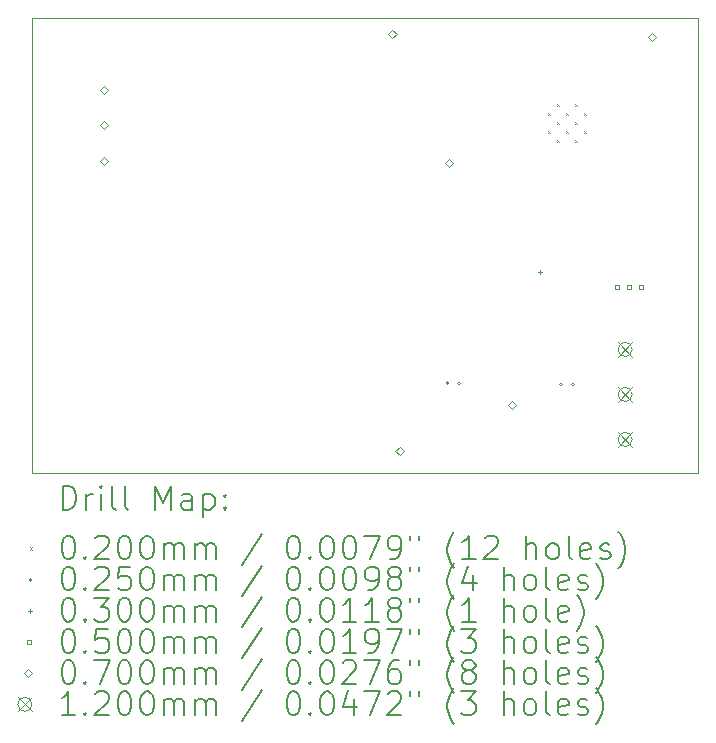
<source format=gbr>
%TF.GenerationSoftware,KiCad,Pcbnew,8.0.6*%
%TF.CreationDate,2025-02-11T20:42:43+01:00*%
%TF.ProjectId,KWLcontrol,4b574c63-6f6e-4747-926f-6c2e6b696361,rev?*%
%TF.SameCoordinates,Original*%
%TF.FileFunction,Drillmap*%
%TF.FilePolarity,Positive*%
%FSLAX45Y45*%
G04 Gerber Fmt 4.5, Leading zero omitted, Abs format (unit mm)*
G04 Created by KiCad (PCBNEW 8.0.6) date 2025-02-11 20:42:43*
%MOMM*%
%LPD*%
G01*
G04 APERTURE LIST*
%ADD10C,0.050000*%
%ADD11C,0.200000*%
%ADD12C,0.100000*%
%ADD13C,0.120000*%
G04 APERTURE END LIST*
D10*
X11130000Y-10830000D02*
X16770000Y-10830000D01*
X16770000Y-14680000D01*
X11130000Y-14680000D01*
X11130000Y-10830000D01*
D11*
D12*
X15495000Y-11633750D02*
X15515000Y-11653750D01*
X15515000Y-11633750D02*
X15495000Y-11653750D01*
X15495000Y-11786250D02*
X15515000Y-11806250D01*
X15515000Y-11786250D02*
X15495000Y-11806250D01*
X15571250Y-11557500D02*
X15591250Y-11577500D01*
X15591250Y-11557500D02*
X15571250Y-11577500D01*
X15571250Y-11710000D02*
X15591250Y-11730000D01*
X15591250Y-11710000D02*
X15571250Y-11730000D01*
X15571250Y-11862500D02*
X15591250Y-11882500D01*
X15591250Y-11862500D02*
X15571250Y-11882500D01*
X15647500Y-11633750D02*
X15667500Y-11653750D01*
X15667500Y-11633750D02*
X15647500Y-11653750D01*
X15647500Y-11786250D02*
X15667500Y-11806250D01*
X15667500Y-11786250D02*
X15647500Y-11806250D01*
X15723750Y-11557500D02*
X15743750Y-11577500D01*
X15743750Y-11557500D02*
X15723750Y-11577500D01*
X15723750Y-11710000D02*
X15743750Y-11730000D01*
X15743750Y-11710000D02*
X15723750Y-11730000D01*
X15723750Y-11862500D02*
X15743750Y-11882500D01*
X15743750Y-11862500D02*
X15723750Y-11882500D01*
X15800000Y-11633750D02*
X15820000Y-11653750D01*
X15820000Y-11633750D02*
X15800000Y-11653750D01*
X15800000Y-11786250D02*
X15820000Y-11806250D01*
X15820000Y-11786250D02*
X15800000Y-11806250D01*
X14657500Y-13925000D02*
G75*
G02*
X14632500Y-13925000I-12500J0D01*
G01*
X14632500Y-13925000D02*
G75*
G02*
X14657500Y-13925000I12500J0D01*
G01*
X14757500Y-13925000D02*
G75*
G02*
X14732500Y-13925000I-12500J0D01*
G01*
X14732500Y-13925000D02*
G75*
G02*
X14757500Y-13925000I12500J0D01*
G01*
X15617500Y-13935000D02*
G75*
G02*
X15592500Y-13935000I-12500J0D01*
G01*
X15592500Y-13935000D02*
G75*
G02*
X15617500Y-13935000I12500J0D01*
G01*
X15717500Y-13935000D02*
G75*
G02*
X15692500Y-13935000I-12500J0D01*
G01*
X15692500Y-13935000D02*
G75*
G02*
X15717500Y-13935000I12500J0D01*
G01*
X15430000Y-12965000D02*
X15430000Y-12995000D01*
X15415000Y-12980000D02*
X15445000Y-12980000D01*
X16100678Y-13127678D02*
X16100678Y-13092322D01*
X16065322Y-13092322D01*
X16065322Y-13127678D01*
X16100678Y-13127678D01*
X16200678Y-13127678D02*
X16200678Y-13092322D01*
X16165322Y-13092322D01*
X16165322Y-13127678D01*
X16200678Y-13127678D01*
X16300678Y-13127678D02*
X16300678Y-13092322D01*
X16265322Y-13092322D01*
X16265322Y-13127678D01*
X16300678Y-13127678D01*
X11740000Y-11475000D02*
X11775000Y-11440000D01*
X11740000Y-11405000D01*
X11705000Y-11440000D01*
X11740000Y-11475000D01*
X11740000Y-11775000D02*
X11775000Y-11740000D01*
X11740000Y-11705000D01*
X11705000Y-11740000D01*
X11740000Y-11775000D01*
X11740000Y-12075000D02*
X11775000Y-12040000D01*
X11740000Y-12005000D01*
X11705000Y-12040000D01*
X11740000Y-12075000D01*
X14180000Y-11005000D02*
X14215000Y-10970000D01*
X14180000Y-10935000D01*
X14145000Y-10970000D01*
X14180000Y-11005000D01*
X14240000Y-14535000D02*
X14275000Y-14500000D01*
X14240000Y-14465000D01*
X14205000Y-14500000D01*
X14240000Y-14535000D01*
X14660000Y-12095000D02*
X14695000Y-12060000D01*
X14660000Y-12025000D01*
X14625000Y-12060000D01*
X14660000Y-12095000D01*
X15190000Y-14145000D02*
X15225000Y-14110000D01*
X15190000Y-14075000D01*
X15155000Y-14110000D01*
X15190000Y-14145000D01*
X16380000Y-11025000D02*
X16415000Y-10990000D01*
X16380000Y-10955000D01*
X16345000Y-10990000D01*
X16380000Y-11025000D01*
D13*
X16090000Y-13578000D02*
X16210000Y-13698000D01*
X16210000Y-13578000D02*
X16090000Y-13698000D01*
X16210000Y-13638000D02*
G75*
G02*
X16090000Y-13638000I-60000J0D01*
G01*
X16090000Y-13638000D02*
G75*
G02*
X16210000Y-13638000I60000J0D01*
G01*
X16090000Y-13959000D02*
X16210000Y-14079000D01*
X16210000Y-13959000D02*
X16090000Y-14079000D01*
X16210000Y-14019000D02*
G75*
G02*
X16090000Y-14019000I-60000J0D01*
G01*
X16090000Y-14019000D02*
G75*
G02*
X16210000Y-14019000I60000J0D01*
G01*
X16090000Y-14340000D02*
X16210000Y-14460000D01*
X16210000Y-14340000D02*
X16090000Y-14460000D01*
X16210000Y-14400000D02*
G75*
G02*
X16090000Y-14400000I-60000J0D01*
G01*
X16090000Y-14400000D02*
G75*
G02*
X16210000Y-14400000I60000J0D01*
G01*
D11*
X11388277Y-14993984D02*
X11388277Y-14793984D01*
X11388277Y-14793984D02*
X11435896Y-14793984D01*
X11435896Y-14793984D02*
X11464467Y-14803508D01*
X11464467Y-14803508D02*
X11483515Y-14822555D01*
X11483515Y-14822555D02*
X11493039Y-14841603D01*
X11493039Y-14841603D02*
X11502562Y-14879698D01*
X11502562Y-14879698D02*
X11502562Y-14908269D01*
X11502562Y-14908269D02*
X11493039Y-14946365D01*
X11493039Y-14946365D02*
X11483515Y-14965412D01*
X11483515Y-14965412D02*
X11464467Y-14984460D01*
X11464467Y-14984460D02*
X11435896Y-14993984D01*
X11435896Y-14993984D02*
X11388277Y-14993984D01*
X11588277Y-14993984D02*
X11588277Y-14860650D01*
X11588277Y-14898746D02*
X11597801Y-14879698D01*
X11597801Y-14879698D02*
X11607324Y-14870174D01*
X11607324Y-14870174D02*
X11626372Y-14860650D01*
X11626372Y-14860650D02*
X11645420Y-14860650D01*
X11712086Y-14993984D02*
X11712086Y-14860650D01*
X11712086Y-14793984D02*
X11702562Y-14803508D01*
X11702562Y-14803508D02*
X11712086Y-14813031D01*
X11712086Y-14813031D02*
X11721610Y-14803508D01*
X11721610Y-14803508D02*
X11712086Y-14793984D01*
X11712086Y-14793984D02*
X11712086Y-14813031D01*
X11835896Y-14993984D02*
X11816848Y-14984460D01*
X11816848Y-14984460D02*
X11807324Y-14965412D01*
X11807324Y-14965412D02*
X11807324Y-14793984D01*
X11940658Y-14993984D02*
X11921610Y-14984460D01*
X11921610Y-14984460D02*
X11912086Y-14965412D01*
X11912086Y-14965412D02*
X11912086Y-14793984D01*
X12169229Y-14993984D02*
X12169229Y-14793984D01*
X12169229Y-14793984D02*
X12235896Y-14936841D01*
X12235896Y-14936841D02*
X12302562Y-14793984D01*
X12302562Y-14793984D02*
X12302562Y-14993984D01*
X12483515Y-14993984D02*
X12483515Y-14889222D01*
X12483515Y-14889222D02*
X12473991Y-14870174D01*
X12473991Y-14870174D02*
X12454943Y-14860650D01*
X12454943Y-14860650D02*
X12416848Y-14860650D01*
X12416848Y-14860650D02*
X12397801Y-14870174D01*
X12483515Y-14984460D02*
X12464467Y-14993984D01*
X12464467Y-14993984D02*
X12416848Y-14993984D01*
X12416848Y-14993984D02*
X12397801Y-14984460D01*
X12397801Y-14984460D02*
X12388277Y-14965412D01*
X12388277Y-14965412D02*
X12388277Y-14946365D01*
X12388277Y-14946365D02*
X12397801Y-14927317D01*
X12397801Y-14927317D02*
X12416848Y-14917793D01*
X12416848Y-14917793D02*
X12464467Y-14917793D01*
X12464467Y-14917793D02*
X12483515Y-14908269D01*
X12578753Y-14860650D02*
X12578753Y-15060650D01*
X12578753Y-14870174D02*
X12597801Y-14860650D01*
X12597801Y-14860650D02*
X12635896Y-14860650D01*
X12635896Y-14860650D02*
X12654943Y-14870174D01*
X12654943Y-14870174D02*
X12664467Y-14879698D01*
X12664467Y-14879698D02*
X12673991Y-14898746D01*
X12673991Y-14898746D02*
X12673991Y-14955888D01*
X12673991Y-14955888D02*
X12664467Y-14974936D01*
X12664467Y-14974936D02*
X12654943Y-14984460D01*
X12654943Y-14984460D02*
X12635896Y-14993984D01*
X12635896Y-14993984D02*
X12597801Y-14993984D01*
X12597801Y-14993984D02*
X12578753Y-14984460D01*
X12759705Y-14974936D02*
X12769229Y-14984460D01*
X12769229Y-14984460D02*
X12759705Y-14993984D01*
X12759705Y-14993984D02*
X12750182Y-14984460D01*
X12750182Y-14984460D02*
X12759705Y-14974936D01*
X12759705Y-14974936D02*
X12759705Y-14993984D01*
X12759705Y-14870174D02*
X12769229Y-14879698D01*
X12769229Y-14879698D02*
X12759705Y-14889222D01*
X12759705Y-14889222D02*
X12750182Y-14879698D01*
X12750182Y-14879698D02*
X12759705Y-14870174D01*
X12759705Y-14870174D02*
X12759705Y-14889222D01*
D12*
X11107500Y-15312500D02*
X11127500Y-15332500D01*
X11127500Y-15312500D02*
X11107500Y-15332500D01*
D11*
X11426372Y-15213984D02*
X11445420Y-15213984D01*
X11445420Y-15213984D02*
X11464467Y-15223508D01*
X11464467Y-15223508D02*
X11473991Y-15233031D01*
X11473991Y-15233031D02*
X11483515Y-15252079D01*
X11483515Y-15252079D02*
X11493039Y-15290174D01*
X11493039Y-15290174D02*
X11493039Y-15337793D01*
X11493039Y-15337793D02*
X11483515Y-15375888D01*
X11483515Y-15375888D02*
X11473991Y-15394936D01*
X11473991Y-15394936D02*
X11464467Y-15404460D01*
X11464467Y-15404460D02*
X11445420Y-15413984D01*
X11445420Y-15413984D02*
X11426372Y-15413984D01*
X11426372Y-15413984D02*
X11407324Y-15404460D01*
X11407324Y-15404460D02*
X11397801Y-15394936D01*
X11397801Y-15394936D02*
X11388277Y-15375888D01*
X11388277Y-15375888D02*
X11378753Y-15337793D01*
X11378753Y-15337793D02*
X11378753Y-15290174D01*
X11378753Y-15290174D02*
X11388277Y-15252079D01*
X11388277Y-15252079D02*
X11397801Y-15233031D01*
X11397801Y-15233031D02*
X11407324Y-15223508D01*
X11407324Y-15223508D02*
X11426372Y-15213984D01*
X11578753Y-15394936D02*
X11588277Y-15404460D01*
X11588277Y-15404460D02*
X11578753Y-15413984D01*
X11578753Y-15413984D02*
X11569229Y-15404460D01*
X11569229Y-15404460D02*
X11578753Y-15394936D01*
X11578753Y-15394936D02*
X11578753Y-15413984D01*
X11664467Y-15233031D02*
X11673991Y-15223508D01*
X11673991Y-15223508D02*
X11693039Y-15213984D01*
X11693039Y-15213984D02*
X11740658Y-15213984D01*
X11740658Y-15213984D02*
X11759705Y-15223508D01*
X11759705Y-15223508D02*
X11769229Y-15233031D01*
X11769229Y-15233031D02*
X11778753Y-15252079D01*
X11778753Y-15252079D02*
X11778753Y-15271127D01*
X11778753Y-15271127D02*
X11769229Y-15299698D01*
X11769229Y-15299698D02*
X11654943Y-15413984D01*
X11654943Y-15413984D02*
X11778753Y-15413984D01*
X11902562Y-15213984D02*
X11921610Y-15213984D01*
X11921610Y-15213984D02*
X11940658Y-15223508D01*
X11940658Y-15223508D02*
X11950182Y-15233031D01*
X11950182Y-15233031D02*
X11959705Y-15252079D01*
X11959705Y-15252079D02*
X11969229Y-15290174D01*
X11969229Y-15290174D02*
X11969229Y-15337793D01*
X11969229Y-15337793D02*
X11959705Y-15375888D01*
X11959705Y-15375888D02*
X11950182Y-15394936D01*
X11950182Y-15394936D02*
X11940658Y-15404460D01*
X11940658Y-15404460D02*
X11921610Y-15413984D01*
X11921610Y-15413984D02*
X11902562Y-15413984D01*
X11902562Y-15413984D02*
X11883515Y-15404460D01*
X11883515Y-15404460D02*
X11873991Y-15394936D01*
X11873991Y-15394936D02*
X11864467Y-15375888D01*
X11864467Y-15375888D02*
X11854943Y-15337793D01*
X11854943Y-15337793D02*
X11854943Y-15290174D01*
X11854943Y-15290174D02*
X11864467Y-15252079D01*
X11864467Y-15252079D02*
X11873991Y-15233031D01*
X11873991Y-15233031D02*
X11883515Y-15223508D01*
X11883515Y-15223508D02*
X11902562Y-15213984D01*
X12093039Y-15213984D02*
X12112086Y-15213984D01*
X12112086Y-15213984D02*
X12131134Y-15223508D01*
X12131134Y-15223508D02*
X12140658Y-15233031D01*
X12140658Y-15233031D02*
X12150182Y-15252079D01*
X12150182Y-15252079D02*
X12159705Y-15290174D01*
X12159705Y-15290174D02*
X12159705Y-15337793D01*
X12159705Y-15337793D02*
X12150182Y-15375888D01*
X12150182Y-15375888D02*
X12140658Y-15394936D01*
X12140658Y-15394936D02*
X12131134Y-15404460D01*
X12131134Y-15404460D02*
X12112086Y-15413984D01*
X12112086Y-15413984D02*
X12093039Y-15413984D01*
X12093039Y-15413984D02*
X12073991Y-15404460D01*
X12073991Y-15404460D02*
X12064467Y-15394936D01*
X12064467Y-15394936D02*
X12054943Y-15375888D01*
X12054943Y-15375888D02*
X12045420Y-15337793D01*
X12045420Y-15337793D02*
X12045420Y-15290174D01*
X12045420Y-15290174D02*
X12054943Y-15252079D01*
X12054943Y-15252079D02*
X12064467Y-15233031D01*
X12064467Y-15233031D02*
X12073991Y-15223508D01*
X12073991Y-15223508D02*
X12093039Y-15213984D01*
X12245420Y-15413984D02*
X12245420Y-15280650D01*
X12245420Y-15299698D02*
X12254943Y-15290174D01*
X12254943Y-15290174D02*
X12273991Y-15280650D01*
X12273991Y-15280650D02*
X12302563Y-15280650D01*
X12302563Y-15280650D02*
X12321610Y-15290174D01*
X12321610Y-15290174D02*
X12331134Y-15309222D01*
X12331134Y-15309222D02*
X12331134Y-15413984D01*
X12331134Y-15309222D02*
X12340658Y-15290174D01*
X12340658Y-15290174D02*
X12359705Y-15280650D01*
X12359705Y-15280650D02*
X12388277Y-15280650D01*
X12388277Y-15280650D02*
X12407324Y-15290174D01*
X12407324Y-15290174D02*
X12416848Y-15309222D01*
X12416848Y-15309222D02*
X12416848Y-15413984D01*
X12512086Y-15413984D02*
X12512086Y-15280650D01*
X12512086Y-15299698D02*
X12521610Y-15290174D01*
X12521610Y-15290174D02*
X12540658Y-15280650D01*
X12540658Y-15280650D02*
X12569229Y-15280650D01*
X12569229Y-15280650D02*
X12588277Y-15290174D01*
X12588277Y-15290174D02*
X12597801Y-15309222D01*
X12597801Y-15309222D02*
X12597801Y-15413984D01*
X12597801Y-15309222D02*
X12607324Y-15290174D01*
X12607324Y-15290174D02*
X12626372Y-15280650D01*
X12626372Y-15280650D02*
X12654943Y-15280650D01*
X12654943Y-15280650D02*
X12673991Y-15290174D01*
X12673991Y-15290174D02*
X12683515Y-15309222D01*
X12683515Y-15309222D02*
X12683515Y-15413984D01*
X13073991Y-15204460D02*
X12902563Y-15461603D01*
X13331134Y-15213984D02*
X13350182Y-15213984D01*
X13350182Y-15213984D02*
X13369229Y-15223508D01*
X13369229Y-15223508D02*
X13378753Y-15233031D01*
X13378753Y-15233031D02*
X13388277Y-15252079D01*
X13388277Y-15252079D02*
X13397801Y-15290174D01*
X13397801Y-15290174D02*
X13397801Y-15337793D01*
X13397801Y-15337793D02*
X13388277Y-15375888D01*
X13388277Y-15375888D02*
X13378753Y-15394936D01*
X13378753Y-15394936D02*
X13369229Y-15404460D01*
X13369229Y-15404460D02*
X13350182Y-15413984D01*
X13350182Y-15413984D02*
X13331134Y-15413984D01*
X13331134Y-15413984D02*
X13312086Y-15404460D01*
X13312086Y-15404460D02*
X13302563Y-15394936D01*
X13302563Y-15394936D02*
X13293039Y-15375888D01*
X13293039Y-15375888D02*
X13283515Y-15337793D01*
X13283515Y-15337793D02*
X13283515Y-15290174D01*
X13283515Y-15290174D02*
X13293039Y-15252079D01*
X13293039Y-15252079D02*
X13302563Y-15233031D01*
X13302563Y-15233031D02*
X13312086Y-15223508D01*
X13312086Y-15223508D02*
X13331134Y-15213984D01*
X13483515Y-15394936D02*
X13493039Y-15404460D01*
X13493039Y-15404460D02*
X13483515Y-15413984D01*
X13483515Y-15413984D02*
X13473991Y-15404460D01*
X13473991Y-15404460D02*
X13483515Y-15394936D01*
X13483515Y-15394936D02*
X13483515Y-15413984D01*
X13616848Y-15213984D02*
X13635896Y-15213984D01*
X13635896Y-15213984D02*
X13654944Y-15223508D01*
X13654944Y-15223508D02*
X13664467Y-15233031D01*
X13664467Y-15233031D02*
X13673991Y-15252079D01*
X13673991Y-15252079D02*
X13683515Y-15290174D01*
X13683515Y-15290174D02*
X13683515Y-15337793D01*
X13683515Y-15337793D02*
X13673991Y-15375888D01*
X13673991Y-15375888D02*
X13664467Y-15394936D01*
X13664467Y-15394936D02*
X13654944Y-15404460D01*
X13654944Y-15404460D02*
X13635896Y-15413984D01*
X13635896Y-15413984D02*
X13616848Y-15413984D01*
X13616848Y-15413984D02*
X13597801Y-15404460D01*
X13597801Y-15404460D02*
X13588277Y-15394936D01*
X13588277Y-15394936D02*
X13578753Y-15375888D01*
X13578753Y-15375888D02*
X13569229Y-15337793D01*
X13569229Y-15337793D02*
X13569229Y-15290174D01*
X13569229Y-15290174D02*
X13578753Y-15252079D01*
X13578753Y-15252079D02*
X13588277Y-15233031D01*
X13588277Y-15233031D02*
X13597801Y-15223508D01*
X13597801Y-15223508D02*
X13616848Y-15213984D01*
X13807325Y-15213984D02*
X13826372Y-15213984D01*
X13826372Y-15213984D02*
X13845420Y-15223508D01*
X13845420Y-15223508D02*
X13854944Y-15233031D01*
X13854944Y-15233031D02*
X13864467Y-15252079D01*
X13864467Y-15252079D02*
X13873991Y-15290174D01*
X13873991Y-15290174D02*
X13873991Y-15337793D01*
X13873991Y-15337793D02*
X13864467Y-15375888D01*
X13864467Y-15375888D02*
X13854944Y-15394936D01*
X13854944Y-15394936D02*
X13845420Y-15404460D01*
X13845420Y-15404460D02*
X13826372Y-15413984D01*
X13826372Y-15413984D02*
X13807325Y-15413984D01*
X13807325Y-15413984D02*
X13788277Y-15404460D01*
X13788277Y-15404460D02*
X13778753Y-15394936D01*
X13778753Y-15394936D02*
X13769229Y-15375888D01*
X13769229Y-15375888D02*
X13759706Y-15337793D01*
X13759706Y-15337793D02*
X13759706Y-15290174D01*
X13759706Y-15290174D02*
X13769229Y-15252079D01*
X13769229Y-15252079D02*
X13778753Y-15233031D01*
X13778753Y-15233031D02*
X13788277Y-15223508D01*
X13788277Y-15223508D02*
X13807325Y-15213984D01*
X13940658Y-15213984D02*
X14073991Y-15213984D01*
X14073991Y-15213984D02*
X13988277Y-15413984D01*
X14159706Y-15413984D02*
X14197801Y-15413984D01*
X14197801Y-15413984D02*
X14216848Y-15404460D01*
X14216848Y-15404460D02*
X14226372Y-15394936D01*
X14226372Y-15394936D02*
X14245420Y-15366365D01*
X14245420Y-15366365D02*
X14254944Y-15328269D01*
X14254944Y-15328269D02*
X14254944Y-15252079D01*
X14254944Y-15252079D02*
X14245420Y-15233031D01*
X14245420Y-15233031D02*
X14235896Y-15223508D01*
X14235896Y-15223508D02*
X14216848Y-15213984D01*
X14216848Y-15213984D02*
X14178753Y-15213984D01*
X14178753Y-15213984D02*
X14159706Y-15223508D01*
X14159706Y-15223508D02*
X14150182Y-15233031D01*
X14150182Y-15233031D02*
X14140658Y-15252079D01*
X14140658Y-15252079D02*
X14140658Y-15299698D01*
X14140658Y-15299698D02*
X14150182Y-15318746D01*
X14150182Y-15318746D02*
X14159706Y-15328269D01*
X14159706Y-15328269D02*
X14178753Y-15337793D01*
X14178753Y-15337793D02*
X14216848Y-15337793D01*
X14216848Y-15337793D02*
X14235896Y-15328269D01*
X14235896Y-15328269D02*
X14245420Y-15318746D01*
X14245420Y-15318746D02*
X14254944Y-15299698D01*
X14331134Y-15213984D02*
X14331134Y-15252079D01*
X14407325Y-15213984D02*
X14407325Y-15252079D01*
X14702563Y-15490174D02*
X14693039Y-15480650D01*
X14693039Y-15480650D02*
X14673991Y-15452079D01*
X14673991Y-15452079D02*
X14664468Y-15433031D01*
X14664468Y-15433031D02*
X14654944Y-15404460D01*
X14654944Y-15404460D02*
X14645420Y-15356841D01*
X14645420Y-15356841D02*
X14645420Y-15318746D01*
X14645420Y-15318746D02*
X14654944Y-15271127D01*
X14654944Y-15271127D02*
X14664468Y-15242555D01*
X14664468Y-15242555D02*
X14673991Y-15223508D01*
X14673991Y-15223508D02*
X14693039Y-15194936D01*
X14693039Y-15194936D02*
X14702563Y-15185412D01*
X14883515Y-15413984D02*
X14769229Y-15413984D01*
X14826372Y-15413984D02*
X14826372Y-15213984D01*
X14826372Y-15213984D02*
X14807325Y-15242555D01*
X14807325Y-15242555D02*
X14788277Y-15261603D01*
X14788277Y-15261603D02*
X14769229Y-15271127D01*
X14959706Y-15233031D02*
X14969229Y-15223508D01*
X14969229Y-15223508D02*
X14988277Y-15213984D01*
X14988277Y-15213984D02*
X15035896Y-15213984D01*
X15035896Y-15213984D02*
X15054944Y-15223508D01*
X15054944Y-15223508D02*
X15064468Y-15233031D01*
X15064468Y-15233031D02*
X15073991Y-15252079D01*
X15073991Y-15252079D02*
X15073991Y-15271127D01*
X15073991Y-15271127D02*
X15064468Y-15299698D01*
X15064468Y-15299698D02*
X14950182Y-15413984D01*
X14950182Y-15413984D02*
X15073991Y-15413984D01*
X15312087Y-15413984D02*
X15312087Y-15213984D01*
X15397801Y-15413984D02*
X15397801Y-15309222D01*
X15397801Y-15309222D02*
X15388277Y-15290174D01*
X15388277Y-15290174D02*
X15369230Y-15280650D01*
X15369230Y-15280650D02*
X15340658Y-15280650D01*
X15340658Y-15280650D02*
X15321610Y-15290174D01*
X15321610Y-15290174D02*
X15312087Y-15299698D01*
X15521610Y-15413984D02*
X15502563Y-15404460D01*
X15502563Y-15404460D02*
X15493039Y-15394936D01*
X15493039Y-15394936D02*
X15483515Y-15375888D01*
X15483515Y-15375888D02*
X15483515Y-15318746D01*
X15483515Y-15318746D02*
X15493039Y-15299698D01*
X15493039Y-15299698D02*
X15502563Y-15290174D01*
X15502563Y-15290174D02*
X15521610Y-15280650D01*
X15521610Y-15280650D02*
X15550182Y-15280650D01*
X15550182Y-15280650D02*
X15569230Y-15290174D01*
X15569230Y-15290174D02*
X15578753Y-15299698D01*
X15578753Y-15299698D02*
X15588277Y-15318746D01*
X15588277Y-15318746D02*
X15588277Y-15375888D01*
X15588277Y-15375888D02*
X15578753Y-15394936D01*
X15578753Y-15394936D02*
X15569230Y-15404460D01*
X15569230Y-15404460D02*
X15550182Y-15413984D01*
X15550182Y-15413984D02*
X15521610Y-15413984D01*
X15702563Y-15413984D02*
X15683515Y-15404460D01*
X15683515Y-15404460D02*
X15673991Y-15385412D01*
X15673991Y-15385412D02*
X15673991Y-15213984D01*
X15854944Y-15404460D02*
X15835896Y-15413984D01*
X15835896Y-15413984D02*
X15797801Y-15413984D01*
X15797801Y-15413984D02*
X15778753Y-15404460D01*
X15778753Y-15404460D02*
X15769230Y-15385412D01*
X15769230Y-15385412D02*
X15769230Y-15309222D01*
X15769230Y-15309222D02*
X15778753Y-15290174D01*
X15778753Y-15290174D02*
X15797801Y-15280650D01*
X15797801Y-15280650D02*
X15835896Y-15280650D01*
X15835896Y-15280650D02*
X15854944Y-15290174D01*
X15854944Y-15290174D02*
X15864468Y-15309222D01*
X15864468Y-15309222D02*
X15864468Y-15328269D01*
X15864468Y-15328269D02*
X15769230Y-15347317D01*
X15940658Y-15404460D02*
X15959706Y-15413984D01*
X15959706Y-15413984D02*
X15997801Y-15413984D01*
X15997801Y-15413984D02*
X16016849Y-15404460D01*
X16016849Y-15404460D02*
X16026372Y-15385412D01*
X16026372Y-15385412D02*
X16026372Y-15375888D01*
X16026372Y-15375888D02*
X16016849Y-15356841D01*
X16016849Y-15356841D02*
X15997801Y-15347317D01*
X15997801Y-15347317D02*
X15969230Y-15347317D01*
X15969230Y-15347317D02*
X15950182Y-15337793D01*
X15950182Y-15337793D02*
X15940658Y-15318746D01*
X15940658Y-15318746D02*
X15940658Y-15309222D01*
X15940658Y-15309222D02*
X15950182Y-15290174D01*
X15950182Y-15290174D02*
X15969230Y-15280650D01*
X15969230Y-15280650D02*
X15997801Y-15280650D01*
X15997801Y-15280650D02*
X16016849Y-15290174D01*
X16093039Y-15490174D02*
X16102563Y-15480650D01*
X16102563Y-15480650D02*
X16121611Y-15452079D01*
X16121611Y-15452079D02*
X16131134Y-15433031D01*
X16131134Y-15433031D02*
X16140658Y-15404460D01*
X16140658Y-15404460D02*
X16150182Y-15356841D01*
X16150182Y-15356841D02*
X16150182Y-15318746D01*
X16150182Y-15318746D02*
X16140658Y-15271127D01*
X16140658Y-15271127D02*
X16131134Y-15242555D01*
X16131134Y-15242555D02*
X16121611Y-15223508D01*
X16121611Y-15223508D02*
X16102563Y-15194936D01*
X16102563Y-15194936D02*
X16093039Y-15185412D01*
D12*
X11127500Y-15586500D02*
G75*
G02*
X11102500Y-15586500I-12500J0D01*
G01*
X11102500Y-15586500D02*
G75*
G02*
X11127500Y-15586500I12500J0D01*
G01*
D11*
X11426372Y-15477984D02*
X11445420Y-15477984D01*
X11445420Y-15477984D02*
X11464467Y-15487508D01*
X11464467Y-15487508D02*
X11473991Y-15497031D01*
X11473991Y-15497031D02*
X11483515Y-15516079D01*
X11483515Y-15516079D02*
X11493039Y-15554174D01*
X11493039Y-15554174D02*
X11493039Y-15601793D01*
X11493039Y-15601793D02*
X11483515Y-15639888D01*
X11483515Y-15639888D02*
X11473991Y-15658936D01*
X11473991Y-15658936D02*
X11464467Y-15668460D01*
X11464467Y-15668460D02*
X11445420Y-15677984D01*
X11445420Y-15677984D02*
X11426372Y-15677984D01*
X11426372Y-15677984D02*
X11407324Y-15668460D01*
X11407324Y-15668460D02*
X11397801Y-15658936D01*
X11397801Y-15658936D02*
X11388277Y-15639888D01*
X11388277Y-15639888D02*
X11378753Y-15601793D01*
X11378753Y-15601793D02*
X11378753Y-15554174D01*
X11378753Y-15554174D02*
X11388277Y-15516079D01*
X11388277Y-15516079D02*
X11397801Y-15497031D01*
X11397801Y-15497031D02*
X11407324Y-15487508D01*
X11407324Y-15487508D02*
X11426372Y-15477984D01*
X11578753Y-15658936D02*
X11588277Y-15668460D01*
X11588277Y-15668460D02*
X11578753Y-15677984D01*
X11578753Y-15677984D02*
X11569229Y-15668460D01*
X11569229Y-15668460D02*
X11578753Y-15658936D01*
X11578753Y-15658936D02*
X11578753Y-15677984D01*
X11664467Y-15497031D02*
X11673991Y-15487508D01*
X11673991Y-15487508D02*
X11693039Y-15477984D01*
X11693039Y-15477984D02*
X11740658Y-15477984D01*
X11740658Y-15477984D02*
X11759705Y-15487508D01*
X11759705Y-15487508D02*
X11769229Y-15497031D01*
X11769229Y-15497031D02*
X11778753Y-15516079D01*
X11778753Y-15516079D02*
X11778753Y-15535127D01*
X11778753Y-15535127D02*
X11769229Y-15563698D01*
X11769229Y-15563698D02*
X11654943Y-15677984D01*
X11654943Y-15677984D02*
X11778753Y-15677984D01*
X11959705Y-15477984D02*
X11864467Y-15477984D01*
X11864467Y-15477984D02*
X11854943Y-15573222D01*
X11854943Y-15573222D02*
X11864467Y-15563698D01*
X11864467Y-15563698D02*
X11883515Y-15554174D01*
X11883515Y-15554174D02*
X11931134Y-15554174D01*
X11931134Y-15554174D02*
X11950182Y-15563698D01*
X11950182Y-15563698D02*
X11959705Y-15573222D01*
X11959705Y-15573222D02*
X11969229Y-15592269D01*
X11969229Y-15592269D02*
X11969229Y-15639888D01*
X11969229Y-15639888D02*
X11959705Y-15658936D01*
X11959705Y-15658936D02*
X11950182Y-15668460D01*
X11950182Y-15668460D02*
X11931134Y-15677984D01*
X11931134Y-15677984D02*
X11883515Y-15677984D01*
X11883515Y-15677984D02*
X11864467Y-15668460D01*
X11864467Y-15668460D02*
X11854943Y-15658936D01*
X12093039Y-15477984D02*
X12112086Y-15477984D01*
X12112086Y-15477984D02*
X12131134Y-15487508D01*
X12131134Y-15487508D02*
X12140658Y-15497031D01*
X12140658Y-15497031D02*
X12150182Y-15516079D01*
X12150182Y-15516079D02*
X12159705Y-15554174D01*
X12159705Y-15554174D02*
X12159705Y-15601793D01*
X12159705Y-15601793D02*
X12150182Y-15639888D01*
X12150182Y-15639888D02*
X12140658Y-15658936D01*
X12140658Y-15658936D02*
X12131134Y-15668460D01*
X12131134Y-15668460D02*
X12112086Y-15677984D01*
X12112086Y-15677984D02*
X12093039Y-15677984D01*
X12093039Y-15677984D02*
X12073991Y-15668460D01*
X12073991Y-15668460D02*
X12064467Y-15658936D01*
X12064467Y-15658936D02*
X12054943Y-15639888D01*
X12054943Y-15639888D02*
X12045420Y-15601793D01*
X12045420Y-15601793D02*
X12045420Y-15554174D01*
X12045420Y-15554174D02*
X12054943Y-15516079D01*
X12054943Y-15516079D02*
X12064467Y-15497031D01*
X12064467Y-15497031D02*
X12073991Y-15487508D01*
X12073991Y-15487508D02*
X12093039Y-15477984D01*
X12245420Y-15677984D02*
X12245420Y-15544650D01*
X12245420Y-15563698D02*
X12254943Y-15554174D01*
X12254943Y-15554174D02*
X12273991Y-15544650D01*
X12273991Y-15544650D02*
X12302563Y-15544650D01*
X12302563Y-15544650D02*
X12321610Y-15554174D01*
X12321610Y-15554174D02*
X12331134Y-15573222D01*
X12331134Y-15573222D02*
X12331134Y-15677984D01*
X12331134Y-15573222D02*
X12340658Y-15554174D01*
X12340658Y-15554174D02*
X12359705Y-15544650D01*
X12359705Y-15544650D02*
X12388277Y-15544650D01*
X12388277Y-15544650D02*
X12407324Y-15554174D01*
X12407324Y-15554174D02*
X12416848Y-15573222D01*
X12416848Y-15573222D02*
X12416848Y-15677984D01*
X12512086Y-15677984D02*
X12512086Y-15544650D01*
X12512086Y-15563698D02*
X12521610Y-15554174D01*
X12521610Y-15554174D02*
X12540658Y-15544650D01*
X12540658Y-15544650D02*
X12569229Y-15544650D01*
X12569229Y-15544650D02*
X12588277Y-15554174D01*
X12588277Y-15554174D02*
X12597801Y-15573222D01*
X12597801Y-15573222D02*
X12597801Y-15677984D01*
X12597801Y-15573222D02*
X12607324Y-15554174D01*
X12607324Y-15554174D02*
X12626372Y-15544650D01*
X12626372Y-15544650D02*
X12654943Y-15544650D01*
X12654943Y-15544650D02*
X12673991Y-15554174D01*
X12673991Y-15554174D02*
X12683515Y-15573222D01*
X12683515Y-15573222D02*
X12683515Y-15677984D01*
X13073991Y-15468460D02*
X12902563Y-15725603D01*
X13331134Y-15477984D02*
X13350182Y-15477984D01*
X13350182Y-15477984D02*
X13369229Y-15487508D01*
X13369229Y-15487508D02*
X13378753Y-15497031D01*
X13378753Y-15497031D02*
X13388277Y-15516079D01*
X13388277Y-15516079D02*
X13397801Y-15554174D01*
X13397801Y-15554174D02*
X13397801Y-15601793D01*
X13397801Y-15601793D02*
X13388277Y-15639888D01*
X13388277Y-15639888D02*
X13378753Y-15658936D01*
X13378753Y-15658936D02*
X13369229Y-15668460D01*
X13369229Y-15668460D02*
X13350182Y-15677984D01*
X13350182Y-15677984D02*
X13331134Y-15677984D01*
X13331134Y-15677984D02*
X13312086Y-15668460D01*
X13312086Y-15668460D02*
X13302563Y-15658936D01*
X13302563Y-15658936D02*
X13293039Y-15639888D01*
X13293039Y-15639888D02*
X13283515Y-15601793D01*
X13283515Y-15601793D02*
X13283515Y-15554174D01*
X13283515Y-15554174D02*
X13293039Y-15516079D01*
X13293039Y-15516079D02*
X13302563Y-15497031D01*
X13302563Y-15497031D02*
X13312086Y-15487508D01*
X13312086Y-15487508D02*
X13331134Y-15477984D01*
X13483515Y-15658936D02*
X13493039Y-15668460D01*
X13493039Y-15668460D02*
X13483515Y-15677984D01*
X13483515Y-15677984D02*
X13473991Y-15668460D01*
X13473991Y-15668460D02*
X13483515Y-15658936D01*
X13483515Y-15658936D02*
X13483515Y-15677984D01*
X13616848Y-15477984D02*
X13635896Y-15477984D01*
X13635896Y-15477984D02*
X13654944Y-15487508D01*
X13654944Y-15487508D02*
X13664467Y-15497031D01*
X13664467Y-15497031D02*
X13673991Y-15516079D01*
X13673991Y-15516079D02*
X13683515Y-15554174D01*
X13683515Y-15554174D02*
X13683515Y-15601793D01*
X13683515Y-15601793D02*
X13673991Y-15639888D01*
X13673991Y-15639888D02*
X13664467Y-15658936D01*
X13664467Y-15658936D02*
X13654944Y-15668460D01*
X13654944Y-15668460D02*
X13635896Y-15677984D01*
X13635896Y-15677984D02*
X13616848Y-15677984D01*
X13616848Y-15677984D02*
X13597801Y-15668460D01*
X13597801Y-15668460D02*
X13588277Y-15658936D01*
X13588277Y-15658936D02*
X13578753Y-15639888D01*
X13578753Y-15639888D02*
X13569229Y-15601793D01*
X13569229Y-15601793D02*
X13569229Y-15554174D01*
X13569229Y-15554174D02*
X13578753Y-15516079D01*
X13578753Y-15516079D02*
X13588277Y-15497031D01*
X13588277Y-15497031D02*
X13597801Y-15487508D01*
X13597801Y-15487508D02*
X13616848Y-15477984D01*
X13807325Y-15477984D02*
X13826372Y-15477984D01*
X13826372Y-15477984D02*
X13845420Y-15487508D01*
X13845420Y-15487508D02*
X13854944Y-15497031D01*
X13854944Y-15497031D02*
X13864467Y-15516079D01*
X13864467Y-15516079D02*
X13873991Y-15554174D01*
X13873991Y-15554174D02*
X13873991Y-15601793D01*
X13873991Y-15601793D02*
X13864467Y-15639888D01*
X13864467Y-15639888D02*
X13854944Y-15658936D01*
X13854944Y-15658936D02*
X13845420Y-15668460D01*
X13845420Y-15668460D02*
X13826372Y-15677984D01*
X13826372Y-15677984D02*
X13807325Y-15677984D01*
X13807325Y-15677984D02*
X13788277Y-15668460D01*
X13788277Y-15668460D02*
X13778753Y-15658936D01*
X13778753Y-15658936D02*
X13769229Y-15639888D01*
X13769229Y-15639888D02*
X13759706Y-15601793D01*
X13759706Y-15601793D02*
X13759706Y-15554174D01*
X13759706Y-15554174D02*
X13769229Y-15516079D01*
X13769229Y-15516079D02*
X13778753Y-15497031D01*
X13778753Y-15497031D02*
X13788277Y-15487508D01*
X13788277Y-15487508D02*
X13807325Y-15477984D01*
X13969229Y-15677984D02*
X14007325Y-15677984D01*
X14007325Y-15677984D02*
X14026372Y-15668460D01*
X14026372Y-15668460D02*
X14035896Y-15658936D01*
X14035896Y-15658936D02*
X14054944Y-15630365D01*
X14054944Y-15630365D02*
X14064467Y-15592269D01*
X14064467Y-15592269D02*
X14064467Y-15516079D01*
X14064467Y-15516079D02*
X14054944Y-15497031D01*
X14054944Y-15497031D02*
X14045420Y-15487508D01*
X14045420Y-15487508D02*
X14026372Y-15477984D01*
X14026372Y-15477984D02*
X13988277Y-15477984D01*
X13988277Y-15477984D02*
X13969229Y-15487508D01*
X13969229Y-15487508D02*
X13959706Y-15497031D01*
X13959706Y-15497031D02*
X13950182Y-15516079D01*
X13950182Y-15516079D02*
X13950182Y-15563698D01*
X13950182Y-15563698D02*
X13959706Y-15582746D01*
X13959706Y-15582746D02*
X13969229Y-15592269D01*
X13969229Y-15592269D02*
X13988277Y-15601793D01*
X13988277Y-15601793D02*
X14026372Y-15601793D01*
X14026372Y-15601793D02*
X14045420Y-15592269D01*
X14045420Y-15592269D02*
X14054944Y-15582746D01*
X14054944Y-15582746D02*
X14064467Y-15563698D01*
X14178753Y-15563698D02*
X14159706Y-15554174D01*
X14159706Y-15554174D02*
X14150182Y-15544650D01*
X14150182Y-15544650D02*
X14140658Y-15525603D01*
X14140658Y-15525603D02*
X14140658Y-15516079D01*
X14140658Y-15516079D02*
X14150182Y-15497031D01*
X14150182Y-15497031D02*
X14159706Y-15487508D01*
X14159706Y-15487508D02*
X14178753Y-15477984D01*
X14178753Y-15477984D02*
X14216848Y-15477984D01*
X14216848Y-15477984D02*
X14235896Y-15487508D01*
X14235896Y-15487508D02*
X14245420Y-15497031D01*
X14245420Y-15497031D02*
X14254944Y-15516079D01*
X14254944Y-15516079D02*
X14254944Y-15525603D01*
X14254944Y-15525603D02*
X14245420Y-15544650D01*
X14245420Y-15544650D02*
X14235896Y-15554174D01*
X14235896Y-15554174D02*
X14216848Y-15563698D01*
X14216848Y-15563698D02*
X14178753Y-15563698D01*
X14178753Y-15563698D02*
X14159706Y-15573222D01*
X14159706Y-15573222D02*
X14150182Y-15582746D01*
X14150182Y-15582746D02*
X14140658Y-15601793D01*
X14140658Y-15601793D02*
X14140658Y-15639888D01*
X14140658Y-15639888D02*
X14150182Y-15658936D01*
X14150182Y-15658936D02*
X14159706Y-15668460D01*
X14159706Y-15668460D02*
X14178753Y-15677984D01*
X14178753Y-15677984D02*
X14216848Y-15677984D01*
X14216848Y-15677984D02*
X14235896Y-15668460D01*
X14235896Y-15668460D02*
X14245420Y-15658936D01*
X14245420Y-15658936D02*
X14254944Y-15639888D01*
X14254944Y-15639888D02*
X14254944Y-15601793D01*
X14254944Y-15601793D02*
X14245420Y-15582746D01*
X14245420Y-15582746D02*
X14235896Y-15573222D01*
X14235896Y-15573222D02*
X14216848Y-15563698D01*
X14331134Y-15477984D02*
X14331134Y-15516079D01*
X14407325Y-15477984D02*
X14407325Y-15516079D01*
X14702563Y-15754174D02*
X14693039Y-15744650D01*
X14693039Y-15744650D02*
X14673991Y-15716079D01*
X14673991Y-15716079D02*
X14664468Y-15697031D01*
X14664468Y-15697031D02*
X14654944Y-15668460D01*
X14654944Y-15668460D02*
X14645420Y-15620841D01*
X14645420Y-15620841D02*
X14645420Y-15582746D01*
X14645420Y-15582746D02*
X14654944Y-15535127D01*
X14654944Y-15535127D02*
X14664468Y-15506555D01*
X14664468Y-15506555D02*
X14673991Y-15487508D01*
X14673991Y-15487508D02*
X14693039Y-15458936D01*
X14693039Y-15458936D02*
X14702563Y-15449412D01*
X14864468Y-15544650D02*
X14864468Y-15677984D01*
X14816848Y-15468460D02*
X14769229Y-15611317D01*
X14769229Y-15611317D02*
X14893039Y-15611317D01*
X15121610Y-15677984D02*
X15121610Y-15477984D01*
X15207325Y-15677984D02*
X15207325Y-15573222D01*
X15207325Y-15573222D02*
X15197801Y-15554174D01*
X15197801Y-15554174D02*
X15178753Y-15544650D01*
X15178753Y-15544650D02*
X15150182Y-15544650D01*
X15150182Y-15544650D02*
X15131134Y-15554174D01*
X15131134Y-15554174D02*
X15121610Y-15563698D01*
X15331134Y-15677984D02*
X15312087Y-15668460D01*
X15312087Y-15668460D02*
X15302563Y-15658936D01*
X15302563Y-15658936D02*
X15293039Y-15639888D01*
X15293039Y-15639888D02*
X15293039Y-15582746D01*
X15293039Y-15582746D02*
X15302563Y-15563698D01*
X15302563Y-15563698D02*
X15312087Y-15554174D01*
X15312087Y-15554174D02*
X15331134Y-15544650D01*
X15331134Y-15544650D02*
X15359706Y-15544650D01*
X15359706Y-15544650D02*
X15378753Y-15554174D01*
X15378753Y-15554174D02*
X15388277Y-15563698D01*
X15388277Y-15563698D02*
X15397801Y-15582746D01*
X15397801Y-15582746D02*
X15397801Y-15639888D01*
X15397801Y-15639888D02*
X15388277Y-15658936D01*
X15388277Y-15658936D02*
X15378753Y-15668460D01*
X15378753Y-15668460D02*
X15359706Y-15677984D01*
X15359706Y-15677984D02*
X15331134Y-15677984D01*
X15512087Y-15677984D02*
X15493039Y-15668460D01*
X15493039Y-15668460D02*
X15483515Y-15649412D01*
X15483515Y-15649412D02*
X15483515Y-15477984D01*
X15664468Y-15668460D02*
X15645420Y-15677984D01*
X15645420Y-15677984D02*
X15607325Y-15677984D01*
X15607325Y-15677984D02*
X15588277Y-15668460D01*
X15588277Y-15668460D02*
X15578753Y-15649412D01*
X15578753Y-15649412D02*
X15578753Y-15573222D01*
X15578753Y-15573222D02*
X15588277Y-15554174D01*
X15588277Y-15554174D02*
X15607325Y-15544650D01*
X15607325Y-15544650D02*
X15645420Y-15544650D01*
X15645420Y-15544650D02*
X15664468Y-15554174D01*
X15664468Y-15554174D02*
X15673991Y-15573222D01*
X15673991Y-15573222D02*
X15673991Y-15592269D01*
X15673991Y-15592269D02*
X15578753Y-15611317D01*
X15750182Y-15668460D02*
X15769230Y-15677984D01*
X15769230Y-15677984D02*
X15807325Y-15677984D01*
X15807325Y-15677984D02*
X15826372Y-15668460D01*
X15826372Y-15668460D02*
X15835896Y-15649412D01*
X15835896Y-15649412D02*
X15835896Y-15639888D01*
X15835896Y-15639888D02*
X15826372Y-15620841D01*
X15826372Y-15620841D02*
X15807325Y-15611317D01*
X15807325Y-15611317D02*
X15778753Y-15611317D01*
X15778753Y-15611317D02*
X15759706Y-15601793D01*
X15759706Y-15601793D02*
X15750182Y-15582746D01*
X15750182Y-15582746D02*
X15750182Y-15573222D01*
X15750182Y-15573222D02*
X15759706Y-15554174D01*
X15759706Y-15554174D02*
X15778753Y-15544650D01*
X15778753Y-15544650D02*
X15807325Y-15544650D01*
X15807325Y-15544650D02*
X15826372Y-15554174D01*
X15902563Y-15754174D02*
X15912087Y-15744650D01*
X15912087Y-15744650D02*
X15931134Y-15716079D01*
X15931134Y-15716079D02*
X15940658Y-15697031D01*
X15940658Y-15697031D02*
X15950182Y-15668460D01*
X15950182Y-15668460D02*
X15959706Y-15620841D01*
X15959706Y-15620841D02*
X15959706Y-15582746D01*
X15959706Y-15582746D02*
X15950182Y-15535127D01*
X15950182Y-15535127D02*
X15940658Y-15506555D01*
X15940658Y-15506555D02*
X15931134Y-15487508D01*
X15931134Y-15487508D02*
X15912087Y-15458936D01*
X15912087Y-15458936D02*
X15902563Y-15449412D01*
D12*
X11112500Y-15835500D02*
X11112500Y-15865500D01*
X11097500Y-15850500D02*
X11127500Y-15850500D01*
D11*
X11426372Y-15741984D02*
X11445420Y-15741984D01*
X11445420Y-15741984D02*
X11464467Y-15751508D01*
X11464467Y-15751508D02*
X11473991Y-15761031D01*
X11473991Y-15761031D02*
X11483515Y-15780079D01*
X11483515Y-15780079D02*
X11493039Y-15818174D01*
X11493039Y-15818174D02*
X11493039Y-15865793D01*
X11493039Y-15865793D02*
X11483515Y-15903888D01*
X11483515Y-15903888D02*
X11473991Y-15922936D01*
X11473991Y-15922936D02*
X11464467Y-15932460D01*
X11464467Y-15932460D02*
X11445420Y-15941984D01*
X11445420Y-15941984D02*
X11426372Y-15941984D01*
X11426372Y-15941984D02*
X11407324Y-15932460D01*
X11407324Y-15932460D02*
X11397801Y-15922936D01*
X11397801Y-15922936D02*
X11388277Y-15903888D01*
X11388277Y-15903888D02*
X11378753Y-15865793D01*
X11378753Y-15865793D02*
X11378753Y-15818174D01*
X11378753Y-15818174D02*
X11388277Y-15780079D01*
X11388277Y-15780079D02*
X11397801Y-15761031D01*
X11397801Y-15761031D02*
X11407324Y-15751508D01*
X11407324Y-15751508D02*
X11426372Y-15741984D01*
X11578753Y-15922936D02*
X11588277Y-15932460D01*
X11588277Y-15932460D02*
X11578753Y-15941984D01*
X11578753Y-15941984D02*
X11569229Y-15932460D01*
X11569229Y-15932460D02*
X11578753Y-15922936D01*
X11578753Y-15922936D02*
X11578753Y-15941984D01*
X11654943Y-15741984D02*
X11778753Y-15741984D01*
X11778753Y-15741984D02*
X11712086Y-15818174D01*
X11712086Y-15818174D02*
X11740658Y-15818174D01*
X11740658Y-15818174D02*
X11759705Y-15827698D01*
X11759705Y-15827698D02*
X11769229Y-15837222D01*
X11769229Y-15837222D02*
X11778753Y-15856269D01*
X11778753Y-15856269D02*
X11778753Y-15903888D01*
X11778753Y-15903888D02*
X11769229Y-15922936D01*
X11769229Y-15922936D02*
X11759705Y-15932460D01*
X11759705Y-15932460D02*
X11740658Y-15941984D01*
X11740658Y-15941984D02*
X11683515Y-15941984D01*
X11683515Y-15941984D02*
X11664467Y-15932460D01*
X11664467Y-15932460D02*
X11654943Y-15922936D01*
X11902562Y-15741984D02*
X11921610Y-15741984D01*
X11921610Y-15741984D02*
X11940658Y-15751508D01*
X11940658Y-15751508D02*
X11950182Y-15761031D01*
X11950182Y-15761031D02*
X11959705Y-15780079D01*
X11959705Y-15780079D02*
X11969229Y-15818174D01*
X11969229Y-15818174D02*
X11969229Y-15865793D01*
X11969229Y-15865793D02*
X11959705Y-15903888D01*
X11959705Y-15903888D02*
X11950182Y-15922936D01*
X11950182Y-15922936D02*
X11940658Y-15932460D01*
X11940658Y-15932460D02*
X11921610Y-15941984D01*
X11921610Y-15941984D02*
X11902562Y-15941984D01*
X11902562Y-15941984D02*
X11883515Y-15932460D01*
X11883515Y-15932460D02*
X11873991Y-15922936D01*
X11873991Y-15922936D02*
X11864467Y-15903888D01*
X11864467Y-15903888D02*
X11854943Y-15865793D01*
X11854943Y-15865793D02*
X11854943Y-15818174D01*
X11854943Y-15818174D02*
X11864467Y-15780079D01*
X11864467Y-15780079D02*
X11873991Y-15761031D01*
X11873991Y-15761031D02*
X11883515Y-15751508D01*
X11883515Y-15751508D02*
X11902562Y-15741984D01*
X12093039Y-15741984D02*
X12112086Y-15741984D01*
X12112086Y-15741984D02*
X12131134Y-15751508D01*
X12131134Y-15751508D02*
X12140658Y-15761031D01*
X12140658Y-15761031D02*
X12150182Y-15780079D01*
X12150182Y-15780079D02*
X12159705Y-15818174D01*
X12159705Y-15818174D02*
X12159705Y-15865793D01*
X12159705Y-15865793D02*
X12150182Y-15903888D01*
X12150182Y-15903888D02*
X12140658Y-15922936D01*
X12140658Y-15922936D02*
X12131134Y-15932460D01*
X12131134Y-15932460D02*
X12112086Y-15941984D01*
X12112086Y-15941984D02*
X12093039Y-15941984D01*
X12093039Y-15941984D02*
X12073991Y-15932460D01*
X12073991Y-15932460D02*
X12064467Y-15922936D01*
X12064467Y-15922936D02*
X12054943Y-15903888D01*
X12054943Y-15903888D02*
X12045420Y-15865793D01*
X12045420Y-15865793D02*
X12045420Y-15818174D01*
X12045420Y-15818174D02*
X12054943Y-15780079D01*
X12054943Y-15780079D02*
X12064467Y-15761031D01*
X12064467Y-15761031D02*
X12073991Y-15751508D01*
X12073991Y-15751508D02*
X12093039Y-15741984D01*
X12245420Y-15941984D02*
X12245420Y-15808650D01*
X12245420Y-15827698D02*
X12254943Y-15818174D01*
X12254943Y-15818174D02*
X12273991Y-15808650D01*
X12273991Y-15808650D02*
X12302563Y-15808650D01*
X12302563Y-15808650D02*
X12321610Y-15818174D01*
X12321610Y-15818174D02*
X12331134Y-15837222D01*
X12331134Y-15837222D02*
X12331134Y-15941984D01*
X12331134Y-15837222D02*
X12340658Y-15818174D01*
X12340658Y-15818174D02*
X12359705Y-15808650D01*
X12359705Y-15808650D02*
X12388277Y-15808650D01*
X12388277Y-15808650D02*
X12407324Y-15818174D01*
X12407324Y-15818174D02*
X12416848Y-15837222D01*
X12416848Y-15837222D02*
X12416848Y-15941984D01*
X12512086Y-15941984D02*
X12512086Y-15808650D01*
X12512086Y-15827698D02*
X12521610Y-15818174D01*
X12521610Y-15818174D02*
X12540658Y-15808650D01*
X12540658Y-15808650D02*
X12569229Y-15808650D01*
X12569229Y-15808650D02*
X12588277Y-15818174D01*
X12588277Y-15818174D02*
X12597801Y-15837222D01*
X12597801Y-15837222D02*
X12597801Y-15941984D01*
X12597801Y-15837222D02*
X12607324Y-15818174D01*
X12607324Y-15818174D02*
X12626372Y-15808650D01*
X12626372Y-15808650D02*
X12654943Y-15808650D01*
X12654943Y-15808650D02*
X12673991Y-15818174D01*
X12673991Y-15818174D02*
X12683515Y-15837222D01*
X12683515Y-15837222D02*
X12683515Y-15941984D01*
X13073991Y-15732460D02*
X12902563Y-15989603D01*
X13331134Y-15741984D02*
X13350182Y-15741984D01*
X13350182Y-15741984D02*
X13369229Y-15751508D01*
X13369229Y-15751508D02*
X13378753Y-15761031D01*
X13378753Y-15761031D02*
X13388277Y-15780079D01*
X13388277Y-15780079D02*
X13397801Y-15818174D01*
X13397801Y-15818174D02*
X13397801Y-15865793D01*
X13397801Y-15865793D02*
X13388277Y-15903888D01*
X13388277Y-15903888D02*
X13378753Y-15922936D01*
X13378753Y-15922936D02*
X13369229Y-15932460D01*
X13369229Y-15932460D02*
X13350182Y-15941984D01*
X13350182Y-15941984D02*
X13331134Y-15941984D01*
X13331134Y-15941984D02*
X13312086Y-15932460D01*
X13312086Y-15932460D02*
X13302563Y-15922936D01*
X13302563Y-15922936D02*
X13293039Y-15903888D01*
X13293039Y-15903888D02*
X13283515Y-15865793D01*
X13283515Y-15865793D02*
X13283515Y-15818174D01*
X13283515Y-15818174D02*
X13293039Y-15780079D01*
X13293039Y-15780079D02*
X13302563Y-15761031D01*
X13302563Y-15761031D02*
X13312086Y-15751508D01*
X13312086Y-15751508D02*
X13331134Y-15741984D01*
X13483515Y-15922936D02*
X13493039Y-15932460D01*
X13493039Y-15932460D02*
X13483515Y-15941984D01*
X13483515Y-15941984D02*
X13473991Y-15932460D01*
X13473991Y-15932460D02*
X13483515Y-15922936D01*
X13483515Y-15922936D02*
X13483515Y-15941984D01*
X13616848Y-15741984D02*
X13635896Y-15741984D01*
X13635896Y-15741984D02*
X13654944Y-15751508D01*
X13654944Y-15751508D02*
X13664467Y-15761031D01*
X13664467Y-15761031D02*
X13673991Y-15780079D01*
X13673991Y-15780079D02*
X13683515Y-15818174D01*
X13683515Y-15818174D02*
X13683515Y-15865793D01*
X13683515Y-15865793D02*
X13673991Y-15903888D01*
X13673991Y-15903888D02*
X13664467Y-15922936D01*
X13664467Y-15922936D02*
X13654944Y-15932460D01*
X13654944Y-15932460D02*
X13635896Y-15941984D01*
X13635896Y-15941984D02*
X13616848Y-15941984D01*
X13616848Y-15941984D02*
X13597801Y-15932460D01*
X13597801Y-15932460D02*
X13588277Y-15922936D01*
X13588277Y-15922936D02*
X13578753Y-15903888D01*
X13578753Y-15903888D02*
X13569229Y-15865793D01*
X13569229Y-15865793D02*
X13569229Y-15818174D01*
X13569229Y-15818174D02*
X13578753Y-15780079D01*
X13578753Y-15780079D02*
X13588277Y-15761031D01*
X13588277Y-15761031D02*
X13597801Y-15751508D01*
X13597801Y-15751508D02*
X13616848Y-15741984D01*
X13873991Y-15941984D02*
X13759706Y-15941984D01*
X13816848Y-15941984D02*
X13816848Y-15741984D01*
X13816848Y-15741984D02*
X13797801Y-15770555D01*
X13797801Y-15770555D02*
X13778753Y-15789603D01*
X13778753Y-15789603D02*
X13759706Y-15799127D01*
X14064467Y-15941984D02*
X13950182Y-15941984D01*
X14007325Y-15941984D02*
X14007325Y-15741984D01*
X14007325Y-15741984D02*
X13988277Y-15770555D01*
X13988277Y-15770555D02*
X13969229Y-15789603D01*
X13969229Y-15789603D02*
X13950182Y-15799127D01*
X14178753Y-15827698D02*
X14159706Y-15818174D01*
X14159706Y-15818174D02*
X14150182Y-15808650D01*
X14150182Y-15808650D02*
X14140658Y-15789603D01*
X14140658Y-15789603D02*
X14140658Y-15780079D01*
X14140658Y-15780079D02*
X14150182Y-15761031D01*
X14150182Y-15761031D02*
X14159706Y-15751508D01*
X14159706Y-15751508D02*
X14178753Y-15741984D01*
X14178753Y-15741984D02*
X14216848Y-15741984D01*
X14216848Y-15741984D02*
X14235896Y-15751508D01*
X14235896Y-15751508D02*
X14245420Y-15761031D01*
X14245420Y-15761031D02*
X14254944Y-15780079D01*
X14254944Y-15780079D02*
X14254944Y-15789603D01*
X14254944Y-15789603D02*
X14245420Y-15808650D01*
X14245420Y-15808650D02*
X14235896Y-15818174D01*
X14235896Y-15818174D02*
X14216848Y-15827698D01*
X14216848Y-15827698D02*
X14178753Y-15827698D01*
X14178753Y-15827698D02*
X14159706Y-15837222D01*
X14159706Y-15837222D02*
X14150182Y-15846746D01*
X14150182Y-15846746D02*
X14140658Y-15865793D01*
X14140658Y-15865793D02*
X14140658Y-15903888D01*
X14140658Y-15903888D02*
X14150182Y-15922936D01*
X14150182Y-15922936D02*
X14159706Y-15932460D01*
X14159706Y-15932460D02*
X14178753Y-15941984D01*
X14178753Y-15941984D02*
X14216848Y-15941984D01*
X14216848Y-15941984D02*
X14235896Y-15932460D01*
X14235896Y-15932460D02*
X14245420Y-15922936D01*
X14245420Y-15922936D02*
X14254944Y-15903888D01*
X14254944Y-15903888D02*
X14254944Y-15865793D01*
X14254944Y-15865793D02*
X14245420Y-15846746D01*
X14245420Y-15846746D02*
X14235896Y-15837222D01*
X14235896Y-15837222D02*
X14216848Y-15827698D01*
X14331134Y-15741984D02*
X14331134Y-15780079D01*
X14407325Y-15741984D02*
X14407325Y-15780079D01*
X14702563Y-16018174D02*
X14693039Y-16008650D01*
X14693039Y-16008650D02*
X14673991Y-15980079D01*
X14673991Y-15980079D02*
X14664468Y-15961031D01*
X14664468Y-15961031D02*
X14654944Y-15932460D01*
X14654944Y-15932460D02*
X14645420Y-15884841D01*
X14645420Y-15884841D02*
X14645420Y-15846746D01*
X14645420Y-15846746D02*
X14654944Y-15799127D01*
X14654944Y-15799127D02*
X14664468Y-15770555D01*
X14664468Y-15770555D02*
X14673991Y-15751508D01*
X14673991Y-15751508D02*
X14693039Y-15722936D01*
X14693039Y-15722936D02*
X14702563Y-15713412D01*
X14883515Y-15941984D02*
X14769229Y-15941984D01*
X14826372Y-15941984D02*
X14826372Y-15741984D01*
X14826372Y-15741984D02*
X14807325Y-15770555D01*
X14807325Y-15770555D02*
X14788277Y-15789603D01*
X14788277Y-15789603D02*
X14769229Y-15799127D01*
X15121610Y-15941984D02*
X15121610Y-15741984D01*
X15207325Y-15941984D02*
X15207325Y-15837222D01*
X15207325Y-15837222D02*
X15197801Y-15818174D01*
X15197801Y-15818174D02*
X15178753Y-15808650D01*
X15178753Y-15808650D02*
X15150182Y-15808650D01*
X15150182Y-15808650D02*
X15131134Y-15818174D01*
X15131134Y-15818174D02*
X15121610Y-15827698D01*
X15331134Y-15941984D02*
X15312087Y-15932460D01*
X15312087Y-15932460D02*
X15302563Y-15922936D01*
X15302563Y-15922936D02*
X15293039Y-15903888D01*
X15293039Y-15903888D02*
X15293039Y-15846746D01*
X15293039Y-15846746D02*
X15302563Y-15827698D01*
X15302563Y-15827698D02*
X15312087Y-15818174D01*
X15312087Y-15818174D02*
X15331134Y-15808650D01*
X15331134Y-15808650D02*
X15359706Y-15808650D01*
X15359706Y-15808650D02*
X15378753Y-15818174D01*
X15378753Y-15818174D02*
X15388277Y-15827698D01*
X15388277Y-15827698D02*
X15397801Y-15846746D01*
X15397801Y-15846746D02*
X15397801Y-15903888D01*
X15397801Y-15903888D02*
X15388277Y-15922936D01*
X15388277Y-15922936D02*
X15378753Y-15932460D01*
X15378753Y-15932460D02*
X15359706Y-15941984D01*
X15359706Y-15941984D02*
X15331134Y-15941984D01*
X15512087Y-15941984D02*
X15493039Y-15932460D01*
X15493039Y-15932460D02*
X15483515Y-15913412D01*
X15483515Y-15913412D02*
X15483515Y-15741984D01*
X15664468Y-15932460D02*
X15645420Y-15941984D01*
X15645420Y-15941984D02*
X15607325Y-15941984D01*
X15607325Y-15941984D02*
X15588277Y-15932460D01*
X15588277Y-15932460D02*
X15578753Y-15913412D01*
X15578753Y-15913412D02*
X15578753Y-15837222D01*
X15578753Y-15837222D02*
X15588277Y-15818174D01*
X15588277Y-15818174D02*
X15607325Y-15808650D01*
X15607325Y-15808650D02*
X15645420Y-15808650D01*
X15645420Y-15808650D02*
X15664468Y-15818174D01*
X15664468Y-15818174D02*
X15673991Y-15837222D01*
X15673991Y-15837222D02*
X15673991Y-15856269D01*
X15673991Y-15856269D02*
X15578753Y-15875317D01*
X15740658Y-16018174D02*
X15750182Y-16008650D01*
X15750182Y-16008650D02*
X15769230Y-15980079D01*
X15769230Y-15980079D02*
X15778753Y-15961031D01*
X15778753Y-15961031D02*
X15788277Y-15932460D01*
X15788277Y-15932460D02*
X15797801Y-15884841D01*
X15797801Y-15884841D02*
X15797801Y-15846746D01*
X15797801Y-15846746D02*
X15788277Y-15799127D01*
X15788277Y-15799127D02*
X15778753Y-15770555D01*
X15778753Y-15770555D02*
X15769230Y-15751508D01*
X15769230Y-15751508D02*
X15750182Y-15722936D01*
X15750182Y-15722936D02*
X15740658Y-15713412D01*
D12*
X11120178Y-16132178D02*
X11120178Y-16096822D01*
X11084822Y-16096822D01*
X11084822Y-16132178D01*
X11120178Y-16132178D01*
D11*
X11426372Y-16005984D02*
X11445420Y-16005984D01*
X11445420Y-16005984D02*
X11464467Y-16015508D01*
X11464467Y-16015508D02*
X11473991Y-16025031D01*
X11473991Y-16025031D02*
X11483515Y-16044079D01*
X11483515Y-16044079D02*
X11493039Y-16082174D01*
X11493039Y-16082174D02*
X11493039Y-16129793D01*
X11493039Y-16129793D02*
X11483515Y-16167888D01*
X11483515Y-16167888D02*
X11473991Y-16186936D01*
X11473991Y-16186936D02*
X11464467Y-16196460D01*
X11464467Y-16196460D02*
X11445420Y-16205984D01*
X11445420Y-16205984D02*
X11426372Y-16205984D01*
X11426372Y-16205984D02*
X11407324Y-16196460D01*
X11407324Y-16196460D02*
X11397801Y-16186936D01*
X11397801Y-16186936D02*
X11388277Y-16167888D01*
X11388277Y-16167888D02*
X11378753Y-16129793D01*
X11378753Y-16129793D02*
X11378753Y-16082174D01*
X11378753Y-16082174D02*
X11388277Y-16044079D01*
X11388277Y-16044079D02*
X11397801Y-16025031D01*
X11397801Y-16025031D02*
X11407324Y-16015508D01*
X11407324Y-16015508D02*
X11426372Y-16005984D01*
X11578753Y-16186936D02*
X11588277Y-16196460D01*
X11588277Y-16196460D02*
X11578753Y-16205984D01*
X11578753Y-16205984D02*
X11569229Y-16196460D01*
X11569229Y-16196460D02*
X11578753Y-16186936D01*
X11578753Y-16186936D02*
X11578753Y-16205984D01*
X11769229Y-16005984D02*
X11673991Y-16005984D01*
X11673991Y-16005984D02*
X11664467Y-16101222D01*
X11664467Y-16101222D02*
X11673991Y-16091698D01*
X11673991Y-16091698D02*
X11693039Y-16082174D01*
X11693039Y-16082174D02*
X11740658Y-16082174D01*
X11740658Y-16082174D02*
X11759705Y-16091698D01*
X11759705Y-16091698D02*
X11769229Y-16101222D01*
X11769229Y-16101222D02*
X11778753Y-16120269D01*
X11778753Y-16120269D02*
X11778753Y-16167888D01*
X11778753Y-16167888D02*
X11769229Y-16186936D01*
X11769229Y-16186936D02*
X11759705Y-16196460D01*
X11759705Y-16196460D02*
X11740658Y-16205984D01*
X11740658Y-16205984D02*
X11693039Y-16205984D01*
X11693039Y-16205984D02*
X11673991Y-16196460D01*
X11673991Y-16196460D02*
X11664467Y-16186936D01*
X11902562Y-16005984D02*
X11921610Y-16005984D01*
X11921610Y-16005984D02*
X11940658Y-16015508D01*
X11940658Y-16015508D02*
X11950182Y-16025031D01*
X11950182Y-16025031D02*
X11959705Y-16044079D01*
X11959705Y-16044079D02*
X11969229Y-16082174D01*
X11969229Y-16082174D02*
X11969229Y-16129793D01*
X11969229Y-16129793D02*
X11959705Y-16167888D01*
X11959705Y-16167888D02*
X11950182Y-16186936D01*
X11950182Y-16186936D02*
X11940658Y-16196460D01*
X11940658Y-16196460D02*
X11921610Y-16205984D01*
X11921610Y-16205984D02*
X11902562Y-16205984D01*
X11902562Y-16205984D02*
X11883515Y-16196460D01*
X11883515Y-16196460D02*
X11873991Y-16186936D01*
X11873991Y-16186936D02*
X11864467Y-16167888D01*
X11864467Y-16167888D02*
X11854943Y-16129793D01*
X11854943Y-16129793D02*
X11854943Y-16082174D01*
X11854943Y-16082174D02*
X11864467Y-16044079D01*
X11864467Y-16044079D02*
X11873991Y-16025031D01*
X11873991Y-16025031D02*
X11883515Y-16015508D01*
X11883515Y-16015508D02*
X11902562Y-16005984D01*
X12093039Y-16005984D02*
X12112086Y-16005984D01*
X12112086Y-16005984D02*
X12131134Y-16015508D01*
X12131134Y-16015508D02*
X12140658Y-16025031D01*
X12140658Y-16025031D02*
X12150182Y-16044079D01*
X12150182Y-16044079D02*
X12159705Y-16082174D01*
X12159705Y-16082174D02*
X12159705Y-16129793D01*
X12159705Y-16129793D02*
X12150182Y-16167888D01*
X12150182Y-16167888D02*
X12140658Y-16186936D01*
X12140658Y-16186936D02*
X12131134Y-16196460D01*
X12131134Y-16196460D02*
X12112086Y-16205984D01*
X12112086Y-16205984D02*
X12093039Y-16205984D01*
X12093039Y-16205984D02*
X12073991Y-16196460D01*
X12073991Y-16196460D02*
X12064467Y-16186936D01*
X12064467Y-16186936D02*
X12054943Y-16167888D01*
X12054943Y-16167888D02*
X12045420Y-16129793D01*
X12045420Y-16129793D02*
X12045420Y-16082174D01*
X12045420Y-16082174D02*
X12054943Y-16044079D01*
X12054943Y-16044079D02*
X12064467Y-16025031D01*
X12064467Y-16025031D02*
X12073991Y-16015508D01*
X12073991Y-16015508D02*
X12093039Y-16005984D01*
X12245420Y-16205984D02*
X12245420Y-16072650D01*
X12245420Y-16091698D02*
X12254943Y-16082174D01*
X12254943Y-16082174D02*
X12273991Y-16072650D01*
X12273991Y-16072650D02*
X12302563Y-16072650D01*
X12302563Y-16072650D02*
X12321610Y-16082174D01*
X12321610Y-16082174D02*
X12331134Y-16101222D01*
X12331134Y-16101222D02*
X12331134Y-16205984D01*
X12331134Y-16101222D02*
X12340658Y-16082174D01*
X12340658Y-16082174D02*
X12359705Y-16072650D01*
X12359705Y-16072650D02*
X12388277Y-16072650D01*
X12388277Y-16072650D02*
X12407324Y-16082174D01*
X12407324Y-16082174D02*
X12416848Y-16101222D01*
X12416848Y-16101222D02*
X12416848Y-16205984D01*
X12512086Y-16205984D02*
X12512086Y-16072650D01*
X12512086Y-16091698D02*
X12521610Y-16082174D01*
X12521610Y-16082174D02*
X12540658Y-16072650D01*
X12540658Y-16072650D02*
X12569229Y-16072650D01*
X12569229Y-16072650D02*
X12588277Y-16082174D01*
X12588277Y-16082174D02*
X12597801Y-16101222D01*
X12597801Y-16101222D02*
X12597801Y-16205984D01*
X12597801Y-16101222D02*
X12607324Y-16082174D01*
X12607324Y-16082174D02*
X12626372Y-16072650D01*
X12626372Y-16072650D02*
X12654943Y-16072650D01*
X12654943Y-16072650D02*
X12673991Y-16082174D01*
X12673991Y-16082174D02*
X12683515Y-16101222D01*
X12683515Y-16101222D02*
X12683515Y-16205984D01*
X13073991Y-15996460D02*
X12902563Y-16253603D01*
X13331134Y-16005984D02*
X13350182Y-16005984D01*
X13350182Y-16005984D02*
X13369229Y-16015508D01*
X13369229Y-16015508D02*
X13378753Y-16025031D01*
X13378753Y-16025031D02*
X13388277Y-16044079D01*
X13388277Y-16044079D02*
X13397801Y-16082174D01*
X13397801Y-16082174D02*
X13397801Y-16129793D01*
X13397801Y-16129793D02*
X13388277Y-16167888D01*
X13388277Y-16167888D02*
X13378753Y-16186936D01*
X13378753Y-16186936D02*
X13369229Y-16196460D01*
X13369229Y-16196460D02*
X13350182Y-16205984D01*
X13350182Y-16205984D02*
X13331134Y-16205984D01*
X13331134Y-16205984D02*
X13312086Y-16196460D01*
X13312086Y-16196460D02*
X13302563Y-16186936D01*
X13302563Y-16186936D02*
X13293039Y-16167888D01*
X13293039Y-16167888D02*
X13283515Y-16129793D01*
X13283515Y-16129793D02*
X13283515Y-16082174D01*
X13283515Y-16082174D02*
X13293039Y-16044079D01*
X13293039Y-16044079D02*
X13302563Y-16025031D01*
X13302563Y-16025031D02*
X13312086Y-16015508D01*
X13312086Y-16015508D02*
X13331134Y-16005984D01*
X13483515Y-16186936D02*
X13493039Y-16196460D01*
X13493039Y-16196460D02*
X13483515Y-16205984D01*
X13483515Y-16205984D02*
X13473991Y-16196460D01*
X13473991Y-16196460D02*
X13483515Y-16186936D01*
X13483515Y-16186936D02*
X13483515Y-16205984D01*
X13616848Y-16005984D02*
X13635896Y-16005984D01*
X13635896Y-16005984D02*
X13654944Y-16015508D01*
X13654944Y-16015508D02*
X13664467Y-16025031D01*
X13664467Y-16025031D02*
X13673991Y-16044079D01*
X13673991Y-16044079D02*
X13683515Y-16082174D01*
X13683515Y-16082174D02*
X13683515Y-16129793D01*
X13683515Y-16129793D02*
X13673991Y-16167888D01*
X13673991Y-16167888D02*
X13664467Y-16186936D01*
X13664467Y-16186936D02*
X13654944Y-16196460D01*
X13654944Y-16196460D02*
X13635896Y-16205984D01*
X13635896Y-16205984D02*
X13616848Y-16205984D01*
X13616848Y-16205984D02*
X13597801Y-16196460D01*
X13597801Y-16196460D02*
X13588277Y-16186936D01*
X13588277Y-16186936D02*
X13578753Y-16167888D01*
X13578753Y-16167888D02*
X13569229Y-16129793D01*
X13569229Y-16129793D02*
X13569229Y-16082174D01*
X13569229Y-16082174D02*
X13578753Y-16044079D01*
X13578753Y-16044079D02*
X13588277Y-16025031D01*
X13588277Y-16025031D02*
X13597801Y-16015508D01*
X13597801Y-16015508D02*
X13616848Y-16005984D01*
X13873991Y-16205984D02*
X13759706Y-16205984D01*
X13816848Y-16205984D02*
X13816848Y-16005984D01*
X13816848Y-16005984D02*
X13797801Y-16034555D01*
X13797801Y-16034555D02*
X13778753Y-16053603D01*
X13778753Y-16053603D02*
X13759706Y-16063127D01*
X13969229Y-16205984D02*
X14007325Y-16205984D01*
X14007325Y-16205984D02*
X14026372Y-16196460D01*
X14026372Y-16196460D02*
X14035896Y-16186936D01*
X14035896Y-16186936D02*
X14054944Y-16158365D01*
X14054944Y-16158365D02*
X14064467Y-16120269D01*
X14064467Y-16120269D02*
X14064467Y-16044079D01*
X14064467Y-16044079D02*
X14054944Y-16025031D01*
X14054944Y-16025031D02*
X14045420Y-16015508D01*
X14045420Y-16015508D02*
X14026372Y-16005984D01*
X14026372Y-16005984D02*
X13988277Y-16005984D01*
X13988277Y-16005984D02*
X13969229Y-16015508D01*
X13969229Y-16015508D02*
X13959706Y-16025031D01*
X13959706Y-16025031D02*
X13950182Y-16044079D01*
X13950182Y-16044079D02*
X13950182Y-16091698D01*
X13950182Y-16091698D02*
X13959706Y-16110746D01*
X13959706Y-16110746D02*
X13969229Y-16120269D01*
X13969229Y-16120269D02*
X13988277Y-16129793D01*
X13988277Y-16129793D02*
X14026372Y-16129793D01*
X14026372Y-16129793D02*
X14045420Y-16120269D01*
X14045420Y-16120269D02*
X14054944Y-16110746D01*
X14054944Y-16110746D02*
X14064467Y-16091698D01*
X14131134Y-16005984D02*
X14264467Y-16005984D01*
X14264467Y-16005984D02*
X14178753Y-16205984D01*
X14331134Y-16005984D02*
X14331134Y-16044079D01*
X14407325Y-16005984D02*
X14407325Y-16044079D01*
X14702563Y-16282174D02*
X14693039Y-16272650D01*
X14693039Y-16272650D02*
X14673991Y-16244079D01*
X14673991Y-16244079D02*
X14664468Y-16225031D01*
X14664468Y-16225031D02*
X14654944Y-16196460D01*
X14654944Y-16196460D02*
X14645420Y-16148841D01*
X14645420Y-16148841D02*
X14645420Y-16110746D01*
X14645420Y-16110746D02*
X14654944Y-16063127D01*
X14654944Y-16063127D02*
X14664468Y-16034555D01*
X14664468Y-16034555D02*
X14673991Y-16015508D01*
X14673991Y-16015508D02*
X14693039Y-15986936D01*
X14693039Y-15986936D02*
X14702563Y-15977412D01*
X14759706Y-16005984D02*
X14883515Y-16005984D01*
X14883515Y-16005984D02*
X14816848Y-16082174D01*
X14816848Y-16082174D02*
X14845420Y-16082174D01*
X14845420Y-16082174D02*
X14864468Y-16091698D01*
X14864468Y-16091698D02*
X14873991Y-16101222D01*
X14873991Y-16101222D02*
X14883515Y-16120269D01*
X14883515Y-16120269D02*
X14883515Y-16167888D01*
X14883515Y-16167888D02*
X14873991Y-16186936D01*
X14873991Y-16186936D02*
X14864468Y-16196460D01*
X14864468Y-16196460D02*
X14845420Y-16205984D01*
X14845420Y-16205984D02*
X14788277Y-16205984D01*
X14788277Y-16205984D02*
X14769229Y-16196460D01*
X14769229Y-16196460D02*
X14759706Y-16186936D01*
X15121610Y-16205984D02*
X15121610Y-16005984D01*
X15207325Y-16205984D02*
X15207325Y-16101222D01*
X15207325Y-16101222D02*
X15197801Y-16082174D01*
X15197801Y-16082174D02*
X15178753Y-16072650D01*
X15178753Y-16072650D02*
X15150182Y-16072650D01*
X15150182Y-16072650D02*
X15131134Y-16082174D01*
X15131134Y-16082174D02*
X15121610Y-16091698D01*
X15331134Y-16205984D02*
X15312087Y-16196460D01*
X15312087Y-16196460D02*
X15302563Y-16186936D01*
X15302563Y-16186936D02*
X15293039Y-16167888D01*
X15293039Y-16167888D02*
X15293039Y-16110746D01*
X15293039Y-16110746D02*
X15302563Y-16091698D01*
X15302563Y-16091698D02*
X15312087Y-16082174D01*
X15312087Y-16082174D02*
X15331134Y-16072650D01*
X15331134Y-16072650D02*
X15359706Y-16072650D01*
X15359706Y-16072650D02*
X15378753Y-16082174D01*
X15378753Y-16082174D02*
X15388277Y-16091698D01*
X15388277Y-16091698D02*
X15397801Y-16110746D01*
X15397801Y-16110746D02*
X15397801Y-16167888D01*
X15397801Y-16167888D02*
X15388277Y-16186936D01*
X15388277Y-16186936D02*
X15378753Y-16196460D01*
X15378753Y-16196460D02*
X15359706Y-16205984D01*
X15359706Y-16205984D02*
X15331134Y-16205984D01*
X15512087Y-16205984D02*
X15493039Y-16196460D01*
X15493039Y-16196460D02*
X15483515Y-16177412D01*
X15483515Y-16177412D02*
X15483515Y-16005984D01*
X15664468Y-16196460D02*
X15645420Y-16205984D01*
X15645420Y-16205984D02*
X15607325Y-16205984D01*
X15607325Y-16205984D02*
X15588277Y-16196460D01*
X15588277Y-16196460D02*
X15578753Y-16177412D01*
X15578753Y-16177412D02*
X15578753Y-16101222D01*
X15578753Y-16101222D02*
X15588277Y-16082174D01*
X15588277Y-16082174D02*
X15607325Y-16072650D01*
X15607325Y-16072650D02*
X15645420Y-16072650D01*
X15645420Y-16072650D02*
X15664468Y-16082174D01*
X15664468Y-16082174D02*
X15673991Y-16101222D01*
X15673991Y-16101222D02*
X15673991Y-16120269D01*
X15673991Y-16120269D02*
X15578753Y-16139317D01*
X15750182Y-16196460D02*
X15769230Y-16205984D01*
X15769230Y-16205984D02*
X15807325Y-16205984D01*
X15807325Y-16205984D02*
X15826372Y-16196460D01*
X15826372Y-16196460D02*
X15835896Y-16177412D01*
X15835896Y-16177412D02*
X15835896Y-16167888D01*
X15835896Y-16167888D02*
X15826372Y-16148841D01*
X15826372Y-16148841D02*
X15807325Y-16139317D01*
X15807325Y-16139317D02*
X15778753Y-16139317D01*
X15778753Y-16139317D02*
X15759706Y-16129793D01*
X15759706Y-16129793D02*
X15750182Y-16110746D01*
X15750182Y-16110746D02*
X15750182Y-16101222D01*
X15750182Y-16101222D02*
X15759706Y-16082174D01*
X15759706Y-16082174D02*
X15778753Y-16072650D01*
X15778753Y-16072650D02*
X15807325Y-16072650D01*
X15807325Y-16072650D02*
X15826372Y-16082174D01*
X15902563Y-16282174D02*
X15912087Y-16272650D01*
X15912087Y-16272650D02*
X15931134Y-16244079D01*
X15931134Y-16244079D02*
X15940658Y-16225031D01*
X15940658Y-16225031D02*
X15950182Y-16196460D01*
X15950182Y-16196460D02*
X15959706Y-16148841D01*
X15959706Y-16148841D02*
X15959706Y-16110746D01*
X15959706Y-16110746D02*
X15950182Y-16063127D01*
X15950182Y-16063127D02*
X15940658Y-16034555D01*
X15940658Y-16034555D02*
X15931134Y-16015508D01*
X15931134Y-16015508D02*
X15912087Y-15986936D01*
X15912087Y-15986936D02*
X15902563Y-15977412D01*
D12*
X11092500Y-16413500D02*
X11127500Y-16378500D01*
X11092500Y-16343500D01*
X11057500Y-16378500D01*
X11092500Y-16413500D01*
D11*
X11426372Y-16269984D02*
X11445420Y-16269984D01*
X11445420Y-16269984D02*
X11464467Y-16279508D01*
X11464467Y-16279508D02*
X11473991Y-16289031D01*
X11473991Y-16289031D02*
X11483515Y-16308079D01*
X11483515Y-16308079D02*
X11493039Y-16346174D01*
X11493039Y-16346174D02*
X11493039Y-16393793D01*
X11493039Y-16393793D02*
X11483515Y-16431888D01*
X11483515Y-16431888D02*
X11473991Y-16450936D01*
X11473991Y-16450936D02*
X11464467Y-16460460D01*
X11464467Y-16460460D02*
X11445420Y-16469984D01*
X11445420Y-16469984D02*
X11426372Y-16469984D01*
X11426372Y-16469984D02*
X11407324Y-16460460D01*
X11407324Y-16460460D02*
X11397801Y-16450936D01*
X11397801Y-16450936D02*
X11388277Y-16431888D01*
X11388277Y-16431888D02*
X11378753Y-16393793D01*
X11378753Y-16393793D02*
X11378753Y-16346174D01*
X11378753Y-16346174D02*
X11388277Y-16308079D01*
X11388277Y-16308079D02*
X11397801Y-16289031D01*
X11397801Y-16289031D02*
X11407324Y-16279508D01*
X11407324Y-16279508D02*
X11426372Y-16269984D01*
X11578753Y-16450936D02*
X11588277Y-16460460D01*
X11588277Y-16460460D02*
X11578753Y-16469984D01*
X11578753Y-16469984D02*
X11569229Y-16460460D01*
X11569229Y-16460460D02*
X11578753Y-16450936D01*
X11578753Y-16450936D02*
X11578753Y-16469984D01*
X11654943Y-16269984D02*
X11788277Y-16269984D01*
X11788277Y-16269984D02*
X11702562Y-16469984D01*
X11902562Y-16269984D02*
X11921610Y-16269984D01*
X11921610Y-16269984D02*
X11940658Y-16279508D01*
X11940658Y-16279508D02*
X11950182Y-16289031D01*
X11950182Y-16289031D02*
X11959705Y-16308079D01*
X11959705Y-16308079D02*
X11969229Y-16346174D01*
X11969229Y-16346174D02*
X11969229Y-16393793D01*
X11969229Y-16393793D02*
X11959705Y-16431888D01*
X11959705Y-16431888D02*
X11950182Y-16450936D01*
X11950182Y-16450936D02*
X11940658Y-16460460D01*
X11940658Y-16460460D02*
X11921610Y-16469984D01*
X11921610Y-16469984D02*
X11902562Y-16469984D01*
X11902562Y-16469984D02*
X11883515Y-16460460D01*
X11883515Y-16460460D02*
X11873991Y-16450936D01*
X11873991Y-16450936D02*
X11864467Y-16431888D01*
X11864467Y-16431888D02*
X11854943Y-16393793D01*
X11854943Y-16393793D02*
X11854943Y-16346174D01*
X11854943Y-16346174D02*
X11864467Y-16308079D01*
X11864467Y-16308079D02*
X11873991Y-16289031D01*
X11873991Y-16289031D02*
X11883515Y-16279508D01*
X11883515Y-16279508D02*
X11902562Y-16269984D01*
X12093039Y-16269984D02*
X12112086Y-16269984D01*
X12112086Y-16269984D02*
X12131134Y-16279508D01*
X12131134Y-16279508D02*
X12140658Y-16289031D01*
X12140658Y-16289031D02*
X12150182Y-16308079D01*
X12150182Y-16308079D02*
X12159705Y-16346174D01*
X12159705Y-16346174D02*
X12159705Y-16393793D01*
X12159705Y-16393793D02*
X12150182Y-16431888D01*
X12150182Y-16431888D02*
X12140658Y-16450936D01*
X12140658Y-16450936D02*
X12131134Y-16460460D01*
X12131134Y-16460460D02*
X12112086Y-16469984D01*
X12112086Y-16469984D02*
X12093039Y-16469984D01*
X12093039Y-16469984D02*
X12073991Y-16460460D01*
X12073991Y-16460460D02*
X12064467Y-16450936D01*
X12064467Y-16450936D02*
X12054943Y-16431888D01*
X12054943Y-16431888D02*
X12045420Y-16393793D01*
X12045420Y-16393793D02*
X12045420Y-16346174D01*
X12045420Y-16346174D02*
X12054943Y-16308079D01*
X12054943Y-16308079D02*
X12064467Y-16289031D01*
X12064467Y-16289031D02*
X12073991Y-16279508D01*
X12073991Y-16279508D02*
X12093039Y-16269984D01*
X12245420Y-16469984D02*
X12245420Y-16336650D01*
X12245420Y-16355698D02*
X12254943Y-16346174D01*
X12254943Y-16346174D02*
X12273991Y-16336650D01*
X12273991Y-16336650D02*
X12302563Y-16336650D01*
X12302563Y-16336650D02*
X12321610Y-16346174D01*
X12321610Y-16346174D02*
X12331134Y-16365222D01*
X12331134Y-16365222D02*
X12331134Y-16469984D01*
X12331134Y-16365222D02*
X12340658Y-16346174D01*
X12340658Y-16346174D02*
X12359705Y-16336650D01*
X12359705Y-16336650D02*
X12388277Y-16336650D01*
X12388277Y-16336650D02*
X12407324Y-16346174D01*
X12407324Y-16346174D02*
X12416848Y-16365222D01*
X12416848Y-16365222D02*
X12416848Y-16469984D01*
X12512086Y-16469984D02*
X12512086Y-16336650D01*
X12512086Y-16355698D02*
X12521610Y-16346174D01*
X12521610Y-16346174D02*
X12540658Y-16336650D01*
X12540658Y-16336650D02*
X12569229Y-16336650D01*
X12569229Y-16336650D02*
X12588277Y-16346174D01*
X12588277Y-16346174D02*
X12597801Y-16365222D01*
X12597801Y-16365222D02*
X12597801Y-16469984D01*
X12597801Y-16365222D02*
X12607324Y-16346174D01*
X12607324Y-16346174D02*
X12626372Y-16336650D01*
X12626372Y-16336650D02*
X12654943Y-16336650D01*
X12654943Y-16336650D02*
X12673991Y-16346174D01*
X12673991Y-16346174D02*
X12683515Y-16365222D01*
X12683515Y-16365222D02*
X12683515Y-16469984D01*
X13073991Y-16260460D02*
X12902563Y-16517603D01*
X13331134Y-16269984D02*
X13350182Y-16269984D01*
X13350182Y-16269984D02*
X13369229Y-16279508D01*
X13369229Y-16279508D02*
X13378753Y-16289031D01*
X13378753Y-16289031D02*
X13388277Y-16308079D01*
X13388277Y-16308079D02*
X13397801Y-16346174D01*
X13397801Y-16346174D02*
X13397801Y-16393793D01*
X13397801Y-16393793D02*
X13388277Y-16431888D01*
X13388277Y-16431888D02*
X13378753Y-16450936D01*
X13378753Y-16450936D02*
X13369229Y-16460460D01*
X13369229Y-16460460D02*
X13350182Y-16469984D01*
X13350182Y-16469984D02*
X13331134Y-16469984D01*
X13331134Y-16469984D02*
X13312086Y-16460460D01*
X13312086Y-16460460D02*
X13302563Y-16450936D01*
X13302563Y-16450936D02*
X13293039Y-16431888D01*
X13293039Y-16431888D02*
X13283515Y-16393793D01*
X13283515Y-16393793D02*
X13283515Y-16346174D01*
X13283515Y-16346174D02*
X13293039Y-16308079D01*
X13293039Y-16308079D02*
X13302563Y-16289031D01*
X13302563Y-16289031D02*
X13312086Y-16279508D01*
X13312086Y-16279508D02*
X13331134Y-16269984D01*
X13483515Y-16450936D02*
X13493039Y-16460460D01*
X13493039Y-16460460D02*
X13483515Y-16469984D01*
X13483515Y-16469984D02*
X13473991Y-16460460D01*
X13473991Y-16460460D02*
X13483515Y-16450936D01*
X13483515Y-16450936D02*
X13483515Y-16469984D01*
X13616848Y-16269984D02*
X13635896Y-16269984D01*
X13635896Y-16269984D02*
X13654944Y-16279508D01*
X13654944Y-16279508D02*
X13664467Y-16289031D01*
X13664467Y-16289031D02*
X13673991Y-16308079D01*
X13673991Y-16308079D02*
X13683515Y-16346174D01*
X13683515Y-16346174D02*
X13683515Y-16393793D01*
X13683515Y-16393793D02*
X13673991Y-16431888D01*
X13673991Y-16431888D02*
X13664467Y-16450936D01*
X13664467Y-16450936D02*
X13654944Y-16460460D01*
X13654944Y-16460460D02*
X13635896Y-16469984D01*
X13635896Y-16469984D02*
X13616848Y-16469984D01*
X13616848Y-16469984D02*
X13597801Y-16460460D01*
X13597801Y-16460460D02*
X13588277Y-16450936D01*
X13588277Y-16450936D02*
X13578753Y-16431888D01*
X13578753Y-16431888D02*
X13569229Y-16393793D01*
X13569229Y-16393793D02*
X13569229Y-16346174D01*
X13569229Y-16346174D02*
X13578753Y-16308079D01*
X13578753Y-16308079D02*
X13588277Y-16289031D01*
X13588277Y-16289031D02*
X13597801Y-16279508D01*
X13597801Y-16279508D02*
X13616848Y-16269984D01*
X13759706Y-16289031D02*
X13769229Y-16279508D01*
X13769229Y-16279508D02*
X13788277Y-16269984D01*
X13788277Y-16269984D02*
X13835896Y-16269984D01*
X13835896Y-16269984D02*
X13854944Y-16279508D01*
X13854944Y-16279508D02*
X13864467Y-16289031D01*
X13864467Y-16289031D02*
X13873991Y-16308079D01*
X13873991Y-16308079D02*
X13873991Y-16327127D01*
X13873991Y-16327127D02*
X13864467Y-16355698D01*
X13864467Y-16355698D02*
X13750182Y-16469984D01*
X13750182Y-16469984D02*
X13873991Y-16469984D01*
X13940658Y-16269984D02*
X14073991Y-16269984D01*
X14073991Y-16269984D02*
X13988277Y-16469984D01*
X14235896Y-16269984D02*
X14197801Y-16269984D01*
X14197801Y-16269984D02*
X14178753Y-16279508D01*
X14178753Y-16279508D02*
X14169229Y-16289031D01*
X14169229Y-16289031D02*
X14150182Y-16317603D01*
X14150182Y-16317603D02*
X14140658Y-16355698D01*
X14140658Y-16355698D02*
X14140658Y-16431888D01*
X14140658Y-16431888D02*
X14150182Y-16450936D01*
X14150182Y-16450936D02*
X14159706Y-16460460D01*
X14159706Y-16460460D02*
X14178753Y-16469984D01*
X14178753Y-16469984D02*
X14216848Y-16469984D01*
X14216848Y-16469984D02*
X14235896Y-16460460D01*
X14235896Y-16460460D02*
X14245420Y-16450936D01*
X14245420Y-16450936D02*
X14254944Y-16431888D01*
X14254944Y-16431888D02*
X14254944Y-16384269D01*
X14254944Y-16384269D02*
X14245420Y-16365222D01*
X14245420Y-16365222D02*
X14235896Y-16355698D01*
X14235896Y-16355698D02*
X14216848Y-16346174D01*
X14216848Y-16346174D02*
X14178753Y-16346174D01*
X14178753Y-16346174D02*
X14159706Y-16355698D01*
X14159706Y-16355698D02*
X14150182Y-16365222D01*
X14150182Y-16365222D02*
X14140658Y-16384269D01*
X14331134Y-16269984D02*
X14331134Y-16308079D01*
X14407325Y-16269984D02*
X14407325Y-16308079D01*
X14702563Y-16546174D02*
X14693039Y-16536650D01*
X14693039Y-16536650D02*
X14673991Y-16508079D01*
X14673991Y-16508079D02*
X14664468Y-16489031D01*
X14664468Y-16489031D02*
X14654944Y-16460460D01*
X14654944Y-16460460D02*
X14645420Y-16412841D01*
X14645420Y-16412841D02*
X14645420Y-16374746D01*
X14645420Y-16374746D02*
X14654944Y-16327127D01*
X14654944Y-16327127D02*
X14664468Y-16298555D01*
X14664468Y-16298555D02*
X14673991Y-16279508D01*
X14673991Y-16279508D02*
X14693039Y-16250936D01*
X14693039Y-16250936D02*
X14702563Y-16241412D01*
X14807325Y-16355698D02*
X14788277Y-16346174D01*
X14788277Y-16346174D02*
X14778753Y-16336650D01*
X14778753Y-16336650D02*
X14769229Y-16317603D01*
X14769229Y-16317603D02*
X14769229Y-16308079D01*
X14769229Y-16308079D02*
X14778753Y-16289031D01*
X14778753Y-16289031D02*
X14788277Y-16279508D01*
X14788277Y-16279508D02*
X14807325Y-16269984D01*
X14807325Y-16269984D02*
X14845420Y-16269984D01*
X14845420Y-16269984D02*
X14864468Y-16279508D01*
X14864468Y-16279508D02*
X14873991Y-16289031D01*
X14873991Y-16289031D02*
X14883515Y-16308079D01*
X14883515Y-16308079D02*
X14883515Y-16317603D01*
X14883515Y-16317603D02*
X14873991Y-16336650D01*
X14873991Y-16336650D02*
X14864468Y-16346174D01*
X14864468Y-16346174D02*
X14845420Y-16355698D01*
X14845420Y-16355698D02*
X14807325Y-16355698D01*
X14807325Y-16355698D02*
X14788277Y-16365222D01*
X14788277Y-16365222D02*
X14778753Y-16374746D01*
X14778753Y-16374746D02*
X14769229Y-16393793D01*
X14769229Y-16393793D02*
X14769229Y-16431888D01*
X14769229Y-16431888D02*
X14778753Y-16450936D01*
X14778753Y-16450936D02*
X14788277Y-16460460D01*
X14788277Y-16460460D02*
X14807325Y-16469984D01*
X14807325Y-16469984D02*
X14845420Y-16469984D01*
X14845420Y-16469984D02*
X14864468Y-16460460D01*
X14864468Y-16460460D02*
X14873991Y-16450936D01*
X14873991Y-16450936D02*
X14883515Y-16431888D01*
X14883515Y-16431888D02*
X14883515Y-16393793D01*
X14883515Y-16393793D02*
X14873991Y-16374746D01*
X14873991Y-16374746D02*
X14864468Y-16365222D01*
X14864468Y-16365222D02*
X14845420Y-16355698D01*
X15121610Y-16469984D02*
X15121610Y-16269984D01*
X15207325Y-16469984D02*
X15207325Y-16365222D01*
X15207325Y-16365222D02*
X15197801Y-16346174D01*
X15197801Y-16346174D02*
X15178753Y-16336650D01*
X15178753Y-16336650D02*
X15150182Y-16336650D01*
X15150182Y-16336650D02*
X15131134Y-16346174D01*
X15131134Y-16346174D02*
X15121610Y-16355698D01*
X15331134Y-16469984D02*
X15312087Y-16460460D01*
X15312087Y-16460460D02*
X15302563Y-16450936D01*
X15302563Y-16450936D02*
X15293039Y-16431888D01*
X15293039Y-16431888D02*
X15293039Y-16374746D01*
X15293039Y-16374746D02*
X15302563Y-16355698D01*
X15302563Y-16355698D02*
X15312087Y-16346174D01*
X15312087Y-16346174D02*
X15331134Y-16336650D01*
X15331134Y-16336650D02*
X15359706Y-16336650D01*
X15359706Y-16336650D02*
X15378753Y-16346174D01*
X15378753Y-16346174D02*
X15388277Y-16355698D01*
X15388277Y-16355698D02*
X15397801Y-16374746D01*
X15397801Y-16374746D02*
X15397801Y-16431888D01*
X15397801Y-16431888D02*
X15388277Y-16450936D01*
X15388277Y-16450936D02*
X15378753Y-16460460D01*
X15378753Y-16460460D02*
X15359706Y-16469984D01*
X15359706Y-16469984D02*
X15331134Y-16469984D01*
X15512087Y-16469984D02*
X15493039Y-16460460D01*
X15493039Y-16460460D02*
X15483515Y-16441412D01*
X15483515Y-16441412D02*
X15483515Y-16269984D01*
X15664468Y-16460460D02*
X15645420Y-16469984D01*
X15645420Y-16469984D02*
X15607325Y-16469984D01*
X15607325Y-16469984D02*
X15588277Y-16460460D01*
X15588277Y-16460460D02*
X15578753Y-16441412D01*
X15578753Y-16441412D02*
X15578753Y-16365222D01*
X15578753Y-16365222D02*
X15588277Y-16346174D01*
X15588277Y-16346174D02*
X15607325Y-16336650D01*
X15607325Y-16336650D02*
X15645420Y-16336650D01*
X15645420Y-16336650D02*
X15664468Y-16346174D01*
X15664468Y-16346174D02*
X15673991Y-16365222D01*
X15673991Y-16365222D02*
X15673991Y-16384269D01*
X15673991Y-16384269D02*
X15578753Y-16403317D01*
X15750182Y-16460460D02*
X15769230Y-16469984D01*
X15769230Y-16469984D02*
X15807325Y-16469984D01*
X15807325Y-16469984D02*
X15826372Y-16460460D01*
X15826372Y-16460460D02*
X15835896Y-16441412D01*
X15835896Y-16441412D02*
X15835896Y-16431888D01*
X15835896Y-16431888D02*
X15826372Y-16412841D01*
X15826372Y-16412841D02*
X15807325Y-16403317D01*
X15807325Y-16403317D02*
X15778753Y-16403317D01*
X15778753Y-16403317D02*
X15759706Y-16393793D01*
X15759706Y-16393793D02*
X15750182Y-16374746D01*
X15750182Y-16374746D02*
X15750182Y-16365222D01*
X15750182Y-16365222D02*
X15759706Y-16346174D01*
X15759706Y-16346174D02*
X15778753Y-16336650D01*
X15778753Y-16336650D02*
X15807325Y-16336650D01*
X15807325Y-16336650D02*
X15826372Y-16346174D01*
X15902563Y-16546174D02*
X15912087Y-16536650D01*
X15912087Y-16536650D02*
X15931134Y-16508079D01*
X15931134Y-16508079D02*
X15940658Y-16489031D01*
X15940658Y-16489031D02*
X15950182Y-16460460D01*
X15950182Y-16460460D02*
X15959706Y-16412841D01*
X15959706Y-16412841D02*
X15959706Y-16374746D01*
X15959706Y-16374746D02*
X15950182Y-16327127D01*
X15950182Y-16327127D02*
X15940658Y-16298555D01*
X15940658Y-16298555D02*
X15931134Y-16279508D01*
X15931134Y-16279508D02*
X15912087Y-16250936D01*
X15912087Y-16250936D02*
X15902563Y-16241412D01*
D13*
X11007500Y-16582500D02*
X11127500Y-16702500D01*
X11127500Y-16582500D02*
X11007500Y-16702500D01*
X11127500Y-16642500D02*
G75*
G02*
X11007500Y-16642500I-60000J0D01*
G01*
X11007500Y-16642500D02*
G75*
G02*
X11127500Y-16642500I60000J0D01*
G01*
D11*
X11493039Y-16733984D02*
X11378753Y-16733984D01*
X11435896Y-16733984D02*
X11435896Y-16533984D01*
X11435896Y-16533984D02*
X11416848Y-16562555D01*
X11416848Y-16562555D02*
X11397801Y-16581603D01*
X11397801Y-16581603D02*
X11378753Y-16591127D01*
X11578753Y-16714936D02*
X11588277Y-16724460D01*
X11588277Y-16724460D02*
X11578753Y-16733984D01*
X11578753Y-16733984D02*
X11569229Y-16724460D01*
X11569229Y-16724460D02*
X11578753Y-16714936D01*
X11578753Y-16714936D02*
X11578753Y-16733984D01*
X11664467Y-16553031D02*
X11673991Y-16543508D01*
X11673991Y-16543508D02*
X11693039Y-16533984D01*
X11693039Y-16533984D02*
X11740658Y-16533984D01*
X11740658Y-16533984D02*
X11759705Y-16543508D01*
X11759705Y-16543508D02*
X11769229Y-16553031D01*
X11769229Y-16553031D02*
X11778753Y-16572079D01*
X11778753Y-16572079D02*
X11778753Y-16591127D01*
X11778753Y-16591127D02*
X11769229Y-16619698D01*
X11769229Y-16619698D02*
X11654943Y-16733984D01*
X11654943Y-16733984D02*
X11778753Y-16733984D01*
X11902562Y-16533984D02*
X11921610Y-16533984D01*
X11921610Y-16533984D02*
X11940658Y-16543508D01*
X11940658Y-16543508D02*
X11950182Y-16553031D01*
X11950182Y-16553031D02*
X11959705Y-16572079D01*
X11959705Y-16572079D02*
X11969229Y-16610174D01*
X11969229Y-16610174D02*
X11969229Y-16657793D01*
X11969229Y-16657793D02*
X11959705Y-16695888D01*
X11959705Y-16695888D02*
X11950182Y-16714936D01*
X11950182Y-16714936D02*
X11940658Y-16724460D01*
X11940658Y-16724460D02*
X11921610Y-16733984D01*
X11921610Y-16733984D02*
X11902562Y-16733984D01*
X11902562Y-16733984D02*
X11883515Y-16724460D01*
X11883515Y-16724460D02*
X11873991Y-16714936D01*
X11873991Y-16714936D02*
X11864467Y-16695888D01*
X11864467Y-16695888D02*
X11854943Y-16657793D01*
X11854943Y-16657793D02*
X11854943Y-16610174D01*
X11854943Y-16610174D02*
X11864467Y-16572079D01*
X11864467Y-16572079D02*
X11873991Y-16553031D01*
X11873991Y-16553031D02*
X11883515Y-16543508D01*
X11883515Y-16543508D02*
X11902562Y-16533984D01*
X12093039Y-16533984D02*
X12112086Y-16533984D01*
X12112086Y-16533984D02*
X12131134Y-16543508D01*
X12131134Y-16543508D02*
X12140658Y-16553031D01*
X12140658Y-16553031D02*
X12150182Y-16572079D01*
X12150182Y-16572079D02*
X12159705Y-16610174D01*
X12159705Y-16610174D02*
X12159705Y-16657793D01*
X12159705Y-16657793D02*
X12150182Y-16695888D01*
X12150182Y-16695888D02*
X12140658Y-16714936D01*
X12140658Y-16714936D02*
X12131134Y-16724460D01*
X12131134Y-16724460D02*
X12112086Y-16733984D01*
X12112086Y-16733984D02*
X12093039Y-16733984D01*
X12093039Y-16733984D02*
X12073991Y-16724460D01*
X12073991Y-16724460D02*
X12064467Y-16714936D01*
X12064467Y-16714936D02*
X12054943Y-16695888D01*
X12054943Y-16695888D02*
X12045420Y-16657793D01*
X12045420Y-16657793D02*
X12045420Y-16610174D01*
X12045420Y-16610174D02*
X12054943Y-16572079D01*
X12054943Y-16572079D02*
X12064467Y-16553031D01*
X12064467Y-16553031D02*
X12073991Y-16543508D01*
X12073991Y-16543508D02*
X12093039Y-16533984D01*
X12245420Y-16733984D02*
X12245420Y-16600650D01*
X12245420Y-16619698D02*
X12254943Y-16610174D01*
X12254943Y-16610174D02*
X12273991Y-16600650D01*
X12273991Y-16600650D02*
X12302563Y-16600650D01*
X12302563Y-16600650D02*
X12321610Y-16610174D01*
X12321610Y-16610174D02*
X12331134Y-16629222D01*
X12331134Y-16629222D02*
X12331134Y-16733984D01*
X12331134Y-16629222D02*
X12340658Y-16610174D01*
X12340658Y-16610174D02*
X12359705Y-16600650D01*
X12359705Y-16600650D02*
X12388277Y-16600650D01*
X12388277Y-16600650D02*
X12407324Y-16610174D01*
X12407324Y-16610174D02*
X12416848Y-16629222D01*
X12416848Y-16629222D02*
X12416848Y-16733984D01*
X12512086Y-16733984D02*
X12512086Y-16600650D01*
X12512086Y-16619698D02*
X12521610Y-16610174D01*
X12521610Y-16610174D02*
X12540658Y-16600650D01*
X12540658Y-16600650D02*
X12569229Y-16600650D01*
X12569229Y-16600650D02*
X12588277Y-16610174D01*
X12588277Y-16610174D02*
X12597801Y-16629222D01*
X12597801Y-16629222D02*
X12597801Y-16733984D01*
X12597801Y-16629222D02*
X12607324Y-16610174D01*
X12607324Y-16610174D02*
X12626372Y-16600650D01*
X12626372Y-16600650D02*
X12654943Y-16600650D01*
X12654943Y-16600650D02*
X12673991Y-16610174D01*
X12673991Y-16610174D02*
X12683515Y-16629222D01*
X12683515Y-16629222D02*
X12683515Y-16733984D01*
X13073991Y-16524460D02*
X12902563Y-16781603D01*
X13331134Y-16533984D02*
X13350182Y-16533984D01*
X13350182Y-16533984D02*
X13369229Y-16543508D01*
X13369229Y-16543508D02*
X13378753Y-16553031D01*
X13378753Y-16553031D02*
X13388277Y-16572079D01*
X13388277Y-16572079D02*
X13397801Y-16610174D01*
X13397801Y-16610174D02*
X13397801Y-16657793D01*
X13397801Y-16657793D02*
X13388277Y-16695888D01*
X13388277Y-16695888D02*
X13378753Y-16714936D01*
X13378753Y-16714936D02*
X13369229Y-16724460D01*
X13369229Y-16724460D02*
X13350182Y-16733984D01*
X13350182Y-16733984D02*
X13331134Y-16733984D01*
X13331134Y-16733984D02*
X13312086Y-16724460D01*
X13312086Y-16724460D02*
X13302563Y-16714936D01*
X13302563Y-16714936D02*
X13293039Y-16695888D01*
X13293039Y-16695888D02*
X13283515Y-16657793D01*
X13283515Y-16657793D02*
X13283515Y-16610174D01*
X13283515Y-16610174D02*
X13293039Y-16572079D01*
X13293039Y-16572079D02*
X13302563Y-16553031D01*
X13302563Y-16553031D02*
X13312086Y-16543508D01*
X13312086Y-16543508D02*
X13331134Y-16533984D01*
X13483515Y-16714936D02*
X13493039Y-16724460D01*
X13493039Y-16724460D02*
X13483515Y-16733984D01*
X13483515Y-16733984D02*
X13473991Y-16724460D01*
X13473991Y-16724460D02*
X13483515Y-16714936D01*
X13483515Y-16714936D02*
X13483515Y-16733984D01*
X13616848Y-16533984D02*
X13635896Y-16533984D01*
X13635896Y-16533984D02*
X13654944Y-16543508D01*
X13654944Y-16543508D02*
X13664467Y-16553031D01*
X13664467Y-16553031D02*
X13673991Y-16572079D01*
X13673991Y-16572079D02*
X13683515Y-16610174D01*
X13683515Y-16610174D02*
X13683515Y-16657793D01*
X13683515Y-16657793D02*
X13673991Y-16695888D01*
X13673991Y-16695888D02*
X13664467Y-16714936D01*
X13664467Y-16714936D02*
X13654944Y-16724460D01*
X13654944Y-16724460D02*
X13635896Y-16733984D01*
X13635896Y-16733984D02*
X13616848Y-16733984D01*
X13616848Y-16733984D02*
X13597801Y-16724460D01*
X13597801Y-16724460D02*
X13588277Y-16714936D01*
X13588277Y-16714936D02*
X13578753Y-16695888D01*
X13578753Y-16695888D02*
X13569229Y-16657793D01*
X13569229Y-16657793D02*
X13569229Y-16610174D01*
X13569229Y-16610174D02*
X13578753Y-16572079D01*
X13578753Y-16572079D02*
X13588277Y-16553031D01*
X13588277Y-16553031D02*
X13597801Y-16543508D01*
X13597801Y-16543508D02*
X13616848Y-16533984D01*
X13854944Y-16600650D02*
X13854944Y-16733984D01*
X13807325Y-16524460D02*
X13759706Y-16667317D01*
X13759706Y-16667317D02*
X13883515Y-16667317D01*
X13940658Y-16533984D02*
X14073991Y-16533984D01*
X14073991Y-16533984D02*
X13988277Y-16733984D01*
X14140658Y-16553031D02*
X14150182Y-16543508D01*
X14150182Y-16543508D02*
X14169229Y-16533984D01*
X14169229Y-16533984D02*
X14216848Y-16533984D01*
X14216848Y-16533984D02*
X14235896Y-16543508D01*
X14235896Y-16543508D02*
X14245420Y-16553031D01*
X14245420Y-16553031D02*
X14254944Y-16572079D01*
X14254944Y-16572079D02*
X14254944Y-16591127D01*
X14254944Y-16591127D02*
X14245420Y-16619698D01*
X14245420Y-16619698D02*
X14131134Y-16733984D01*
X14131134Y-16733984D02*
X14254944Y-16733984D01*
X14331134Y-16533984D02*
X14331134Y-16572079D01*
X14407325Y-16533984D02*
X14407325Y-16572079D01*
X14702563Y-16810174D02*
X14693039Y-16800650D01*
X14693039Y-16800650D02*
X14673991Y-16772079D01*
X14673991Y-16772079D02*
X14664468Y-16753031D01*
X14664468Y-16753031D02*
X14654944Y-16724460D01*
X14654944Y-16724460D02*
X14645420Y-16676841D01*
X14645420Y-16676841D02*
X14645420Y-16638746D01*
X14645420Y-16638746D02*
X14654944Y-16591127D01*
X14654944Y-16591127D02*
X14664468Y-16562555D01*
X14664468Y-16562555D02*
X14673991Y-16543508D01*
X14673991Y-16543508D02*
X14693039Y-16514936D01*
X14693039Y-16514936D02*
X14702563Y-16505412D01*
X14759706Y-16533984D02*
X14883515Y-16533984D01*
X14883515Y-16533984D02*
X14816848Y-16610174D01*
X14816848Y-16610174D02*
X14845420Y-16610174D01*
X14845420Y-16610174D02*
X14864468Y-16619698D01*
X14864468Y-16619698D02*
X14873991Y-16629222D01*
X14873991Y-16629222D02*
X14883515Y-16648269D01*
X14883515Y-16648269D02*
X14883515Y-16695888D01*
X14883515Y-16695888D02*
X14873991Y-16714936D01*
X14873991Y-16714936D02*
X14864468Y-16724460D01*
X14864468Y-16724460D02*
X14845420Y-16733984D01*
X14845420Y-16733984D02*
X14788277Y-16733984D01*
X14788277Y-16733984D02*
X14769229Y-16724460D01*
X14769229Y-16724460D02*
X14759706Y-16714936D01*
X15121610Y-16733984D02*
X15121610Y-16533984D01*
X15207325Y-16733984D02*
X15207325Y-16629222D01*
X15207325Y-16629222D02*
X15197801Y-16610174D01*
X15197801Y-16610174D02*
X15178753Y-16600650D01*
X15178753Y-16600650D02*
X15150182Y-16600650D01*
X15150182Y-16600650D02*
X15131134Y-16610174D01*
X15131134Y-16610174D02*
X15121610Y-16619698D01*
X15331134Y-16733984D02*
X15312087Y-16724460D01*
X15312087Y-16724460D02*
X15302563Y-16714936D01*
X15302563Y-16714936D02*
X15293039Y-16695888D01*
X15293039Y-16695888D02*
X15293039Y-16638746D01*
X15293039Y-16638746D02*
X15302563Y-16619698D01*
X15302563Y-16619698D02*
X15312087Y-16610174D01*
X15312087Y-16610174D02*
X15331134Y-16600650D01*
X15331134Y-16600650D02*
X15359706Y-16600650D01*
X15359706Y-16600650D02*
X15378753Y-16610174D01*
X15378753Y-16610174D02*
X15388277Y-16619698D01*
X15388277Y-16619698D02*
X15397801Y-16638746D01*
X15397801Y-16638746D02*
X15397801Y-16695888D01*
X15397801Y-16695888D02*
X15388277Y-16714936D01*
X15388277Y-16714936D02*
X15378753Y-16724460D01*
X15378753Y-16724460D02*
X15359706Y-16733984D01*
X15359706Y-16733984D02*
X15331134Y-16733984D01*
X15512087Y-16733984D02*
X15493039Y-16724460D01*
X15493039Y-16724460D02*
X15483515Y-16705412D01*
X15483515Y-16705412D02*
X15483515Y-16533984D01*
X15664468Y-16724460D02*
X15645420Y-16733984D01*
X15645420Y-16733984D02*
X15607325Y-16733984D01*
X15607325Y-16733984D02*
X15588277Y-16724460D01*
X15588277Y-16724460D02*
X15578753Y-16705412D01*
X15578753Y-16705412D02*
X15578753Y-16629222D01*
X15578753Y-16629222D02*
X15588277Y-16610174D01*
X15588277Y-16610174D02*
X15607325Y-16600650D01*
X15607325Y-16600650D02*
X15645420Y-16600650D01*
X15645420Y-16600650D02*
X15664468Y-16610174D01*
X15664468Y-16610174D02*
X15673991Y-16629222D01*
X15673991Y-16629222D02*
X15673991Y-16648269D01*
X15673991Y-16648269D02*
X15578753Y-16667317D01*
X15750182Y-16724460D02*
X15769230Y-16733984D01*
X15769230Y-16733984D02*
X15807325Y-16733984D01*
X15807325Y-16733984D02*
X15826372Y-16724460D01*
X15826372Y-16724460D02*
X15835896Y-16705412D01*
X15835896Y-16705412D02*
X15835896Y-16695888D01*
X15835896Y-16695888D02*
X15826372Y-16676841D01*
X15826372Y-16676841D02*
X15807325Y-16667317D01*
X15807325Y-16667317D02*
X15778753Y-16667317D01*
X15778753Y-16667317D02*
X15759706Y-16657793D01*
X15759706Y-16657793D02*
X15750182Y-16638746D01*
X15750182Y-16638746D02*
X15750182Y-16629222D01*
X15750182Y-16629222D02*
X15759706Y-16610174D01*
X15759706Y-16610174D02*
X15778753Y-16600650D01*
X15778753Y-16600650D02*
X15807325Y-16600650D01*
X15807325Y-16600650D02*
X15826372Y-16610174D01*
X15902563Y-16810174D02*
X15912087Y-16800650D01*
X15912087Y-16800650D02*
X15931134Y-16772079D01*
X15931134Y-16772079D02*
X15940658Y-16753031D01*
X15940658Y-16753031D02*
X15950182Y-16724460D01*
X15950182Y-16724460D02*
X15959706Y-16676841D01*
X15959706Y-16676841D02*
X15959706Y-16638746D01*
X15959706Y-16638746D02*
X15950182Y-16591127D01*
X15950182Y-16591127D02*
X15940658Y-16562555D01*
X15940658Y-16562555D02*
X15931134Y-16543508D01*
X15931134Y-16543508D02*
X15912087Y-16514936D01*
X15912087Y-16514936D02*
X15902563Y-16505412D01*
M02*

</source>
